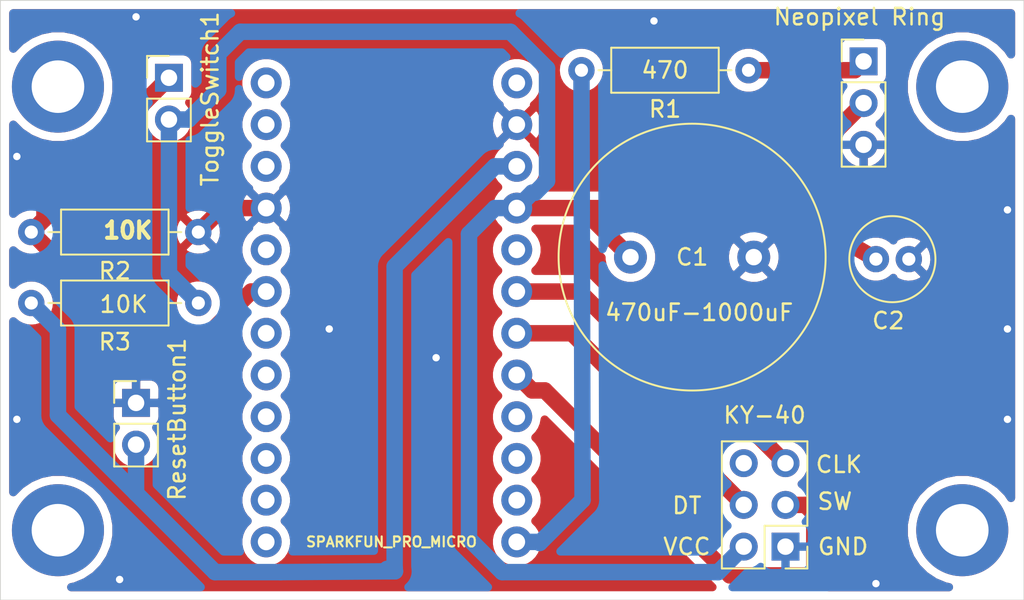
<source format=kicad_pcb>
(kicad_pcb (version 20171130) (host pcbnew 5.1.4-e60b266~84~ubuntu19.04.1)

  (general
    (thickness 1.6)
    (drawings 10)
    (tracks 78)
    (zones 0)
    (modules 14)
    (nets 26)
  )

  (page A4)
  (layers
    (0 F.Cu signal hide)
    (31 B.Cu signal hide)
    (32 B.Adhes user)
    (33 F.Adhes user)
    (34 B.Paste user)
    (35 F.Paste user)
    (36 B.SilkS user)
    (37 F.SilkS user)
    (38 B.Mask user)
    (39 F.Mask user)
    (40 Dwgs.User user)
    (41 Cmts.User user)
    (42 Eco1.User user)
    (43 Eco2.User user)
    (44 Edge.Cuts user)
    (45 Margin user)
    (46 B.CrtYd user)
    (47 F.CrtYd user)
    (48 B.Fab user)
    (49 F.Fab user)
  )

  (setup
    (last_trace_width 1)
    (trace_clearance 0.4)
    (zone_clearance 0.508)
    (zone_45_only no)
    (trace_min 0.2)
    (via_size 0.8)
    (via_drill 0.45)
    (via_min_size 0.2)
    (via_min_drill 0.3)
    (uvia_size 0.45)
    (uvia_drill 0.2)
    (uvias_allowed no)
    (uvia_min_size 0.3)
    (uvia_min_drill 0.1)
    (edge_width 0.05)
    (segment_width 0.2)
    (pcb_text_width 0.3)
    (pcb_text_size 1.5 1.5)
    (mod_edge_width 0.12)
    (mod_text_size 1 1)
    (mod_text_width 0.15)
    (pad_size 1.524 1.524)
    (pad_drill 0.762)
    (pad_to_mask_clearance 0.051)
    (solder_mask_min_width 0.25)
    (aux_axis_origin 0 0)
    (visible_elements FFFFFF7F)
    (pcbplotparams
      (layerselection 0x010f8_ffffffff)
      (usegerberextensions false)
      (usegerberattributes false)
      (usegerberadvancedattributes true)
      (creategerberjobfile false)
      (excludeedgelayer true)
      (linewidth 0.150000)
      (plotframeref false)
      (viasonmask false)
      (mode 1)
      (useauxorigin false)
      (hpglpennumber 1)
      (hpglpenspeed 20)
      (hpglpendiameter 15.000000)
      (psnegative false)
      (psa4output false)
      (plotreference true)
      (plotvalue true)
      (plotinvisibletext false)
      (padsonsilk false)
      (subtractmaskfromsilk false)
      (outputformat 1)
      (mirror false)
      (drillshape 0)
      (scaleselection 1)
      (outputdirectory ""))
  )

  (net 0 "")
  (net 1 "Net-(C1-Pad1)")
  (net 2 "Net-(CHEAP_PRO_MICRO1-Pad1)")
  (net 3 "Net-(CHEAP_PRO_MICRO1-Pad2)")
  (net 4 "Net-(CHEAP_PRO_MICRO1-Pad3)")
  (net 5 "Net-(CHEAP_PRO_MICRO1-Pad5)")
  (net 6 "Net-(CHEAP_PRO_MICRO1-Pad6)")
  (net 7 "Net-(CHEAP_PRO_MICRO1-Pad7)")
  (net 8 "Net-(CHEAP_PRO_MICRO1-Pad8)")
  (net 9 "Net-(CHEAP_PRO_MICRO1-Pad9)")
  (net 10 "Net-(CHEAP_PRO_MICRO1-Pad10)")
  (net 11 "Net-(CHEAP_PRO_MICRO1-Pad11)")
  (net 12 "Net-(CHEAP_PRO_MICRO1-Pad12)")
  (net 13 "Net-(CHEAP_PRO_MICRO1-Pad13)")
  (net 14 "Net-(CHEAP_PRO_MICRO1-Pad14)")
  (net 15 "Net-(CHEAP_PRO_MICRO1-Pad15)")
  (net 16 "Net-(CHEAP_PRO_MICRO1-Pad16)")
  (net 17 "Net-(CHEAP_PRO_MICRO1-Pad20)")
  (net 18 "Net-(CHEAP_PRO_MICRO1-Pad22)")
  (net 19 GND)
  (net 20 "Net-(CHEAP_PRO_MICRO1-Pad24)")
  (net 21 "Net-(PinHeader1-Pad1)")
  (net 22 /SW)
  (net 23 /DT)
  (net 24 /CLK)
  (net 25 "Net-(KY-40-Pad6)")

  (net_class Default "This is the default net class."
    (clearance 0.4)
    (trace_width 1)
    (via_dia 0.8)
    (via_drill 0.45)
    (uvia_dia 0.45)
    (uvia_drill 0.2)
    (diff_pair_width 1)
    (diff_pair_gap 0.3)
    (add_net /CLK)
    (add_net /DT)
    (add_net /SW)
    (add_net GND)
    (add_net "Net-(C1-Pad1)")
    (add_net "Net-(CHEAP_PRO_MICRO1-Pad1)")
    (add_net "Net-(CHEAP_PRO_MICRO1-Pad10)")
    (add_net "Net-(CHEAP_PRO_MICRO1-Pad11)")
    (add_net "Net-(CHEAP_PRO_MICRO1-Pad12)")
    (add_net "Net-(CHEAP_PRO_MICRO1-Pad13)")
    (add_net "Net-(CHEAP_PRO_MICRO1-Pad14)")
    (add_net "Net-(CHEAP_PRO_MICRO1-Pad15)")
    (add_net "Net-(CHEAP_PRO_MICRO1-Pad16)")
    (add_net "Net-(CHEAP_PRO_MICRO1-Pad2)")
    (add_net "Net-(CHEAP_PRO_MICRO1-Pad20)")
    (add_net "Net-(CHEAP_PRO_MICRO1-Pad22)")
    (add_net "Net-(CHEAP_PRO_MICRO1-Pad24)")
    (add_net "Net-(CHEAP_PRO_MICRO1-Pad3)")
    (add_net "Net-(CHEAP_PRO_MICRO1-Pad5)")
    (add_net "Net-(CHEAP_PRO_MICRO1-Pad6)")
    (add_net "Net-(CHEAP_PRO_MICRO1-Pad7)")
    (add_net "Net-(CHEAP_PRO_MICRO1-Pad8)")
    (add_net "Net-(CHEAP_PRO_MICRO1-Pad9)")
    (add_net "Net-(KY-40-Pad6)")
    (add_net "Net-(PinHeader1-Pad1)")
  )

  (module Capacitor_THT:C_Radial_D16.0mm_H25.0mm_P7.50mm (layer F.Cu) (tedit 5BC5C9BA) (tstamp 5D81376F)
    (at 139.82 87.376)
    (descr "C, Radial series, Radial, pin pitch=7.50mm, diameter=16mm, height=25mm, Non-Polar Electrolytic Capacitor")
    (tags "C Radial series Radial pin pitch 7.50mm diameter 16mm height 25mm Non-Polar Electrolytic Capacitor")
    (path /5D7D1BE1)
    (fp_text reference C1 (at 3.75 0) (layer F.SilkS)
      (effects (font (size 1 1) (thickness 0.15)))
    )
    (fp_text value 470uF-1000uF (at 4.18 3.374) (layer F.SilkS)
      (effects (font (size 1 1) (thickness 0.15)))
    )
    (fp_circle (center 3.75 0) (end 11.75 0) (layer F.Fab) (width 0.1))
    (fp_circle (center 3.75 0) (end 11.87 0) (layer F.SilkS) (width 0.12))
    (fp_circle (center 3.75 0) (end 12 0) (layer F.CrtYd) (width 0.05))
    (fp_text user %R (at 3.75 0) (layer F.Fab)
      (effects (font (size 1 1) (thickness 0.15)))
    )
    (pad 1 thru_hole circle (at 0 0) (size 2 2) (drill 1) (layers *.Cu *.Mask)
      (net 1 "Net-(C1-Pad1)"))
    (pad 2 thru_hole circle (at 7.5 0) (size 2 2) (drill 1) (layers *.Cu *.Mask)
      (net 19 GND))
    (model ${KISYS3DMOD}/Capacitor_THT.3dshapes/C_Radial_D16.0mm_H25.0mm_P7.50mm.wrl
      (at (xyz 0 0 0))
      (scale (xyz 1 1 1))
      (rotate (xyz 0 0 0))
    )
  )

  (module MountingHole:MountingHole_3.2mm_M3_DIN965_Pad (layer F.Cu) (tedit 56D1B4CB) (tstamp 5D81F804)
    (at 105 104)
    (descr "Mounting Hole 3.2mm, M3, DIN965")
    (tags "mounting hole 3.2mm m3 din965")
    (attr virtual)
    (fp_text reference REF** (at 0 -3.8) (layer F.SilkS) hide
      (effects (font (size 1 1) (thickness 0.15)))
    )
    (fp_text value MountingHole_3.2mm_M3_DIN965_Pad (at 0 3.8) (layer F.Fab) hide
      (effects (font (size 1 1) (thickness 0.15)))
    )
    (fp_circle (center 0 0) (end 3.05 0) (layer F.CrtYd) (width 0.05))
    (fp_circle (center 0 0) (end 2.8 0) (layer Cmts.User) (width 0.15))
    (fp_text user %R (at 0.3 0) (layer F.Fab) hide
      (effects (font (size 1 1) (thickness 0.15)))
    )
    (pad 1 thru_hole circle (at 0 0) (size 5.6 5.6) (drill 3.2) (layers *.Cu *.Mask))
  )

  (module MountingHole:MountingHole_3.2mm_M3_DIN965_Pad (layer F.Cu) (tedit 56D1B4CB) (tstamp 5D81F792)
    (at 160 104)
    (descr "Mounting Hole 3.2mm, M3, DIN965")
    (tags "mounting hole 3.2mm m3 din965")
    (attr virtual)
    (fp_text reference REF** (at 0 -3.8) (layer F.SilkS) hide
      (effects (font (size 1 1) (thickness 0.15)))
    )
    (fp_text value MountingHole_3.2mm_M3_DIN965_Pad (at 3.75 5) (layer F.Fab) hide
      (effects (font (size 1 1) (thickness 0.15)))
    )
    (fp_circle (center 0 0) (end 3.05 0) (layer F.CrtYd) (width 0.05))
    (fp_circle (center 0 0) (end 2.8 0) (layer Cmts.User) (width 0.15))
    (fp_text user %R (at 0.3 0) (layer F.Fab) hide
      (effects (font (size 1 1) (thickness 0.15)))
    )
    (pad 1 thru_hole circle (at 0 0) (size 5.6 5.6) (drill 3.2) (layers *.Cu *.Mask))
  )

  (module MountingHole:MountingHole_3.2mm_M3_DIN965_Pad (layer F.Cu) (tedit 56D1B4CB) (tstamp 5D81F6F0)
    (at 105 77)
    (descr "Mounting Hole 3.2mm, M3, DIN965")
    (tags "mounting hole 3.2mm m3 din965")
    (attr virtual)
    (fp_text reference REF** (at 0 -3.8) (layer F.SilkS) hide
      (effects (font (size 1 1) (thickness 0.15)))
    )
    (fp_text value MountingHole_3.2mm_M3_DIN965_Pad (at 0 3.8) (layer F.Fab) hide
      (effects (font (size 1 1) (thickness 0.15)))
    )
    (fp_circle (center 0 0) (end 3.05 0) (layer F.CrtYd) (width 0.05))
    (fp_circle (center 0 0) (end 2.8 0) (layer Cmts.User) (width 0.15))
    (fp_text user %R (at 0.3 0) (layer F.Fab) hide
      (effects (font (size 1 1) (thickness 0.15)))
    )
    (pad 1 thru_hole circle (at 0 0) (size 5.6 5.6) (drill 3.2) (layers *.Cu *.Mask))
  )

  (module MountingHole:MountingHole_3.2mm_M3_DIN965_Pad (layer F.Cu) (tedit 56D1B4CB) (tstamp 5D81F501)
    (at 160 77)
    (descr "Mounting Hole 3.2mm, M3, DIN965")
    (tags "mounting hole 3.2mm m3 din965")
    (attr virtual)
    (fp_text reference REF** (at 0 -3.8) (layer F.SilkS) hide
      (effects (font (size 1 1) (thickness 0.15)))
    )
    (fp_text value MountingHole_3.2mm_M3_DIN965_Pad (at 0 3.8) (layer F.Fab) hide
      (effects (font (size 1 1) (thickness 0.15)))
    )
    (fp_circle (center 0 0) (end 3.05 0) (layer F.CrtYd) (width 0.05))
    (fp_circle (center 0 0) (end 2.8 0) (layer Cmts.User) (width 0.15))
    (fp_text user %R (at 0.3 0) (layer F.Fab) hide
      (effects (font (size 1 1) (thickness 0.15)))
    )
    (pad 1 thru_hole circle (at 0 0) (size 5.6 5.6) (drill 3.2) (layers *.Cu *.Mask))
  )

  (module Boards:SPARKFUN_PRO_MICRO (layer F.Cu) (tedit 200000) (tstamp 5D81379D)
    (at 125.285501 89.471501)
    (descr "SPARKFUN PRO MICO FOOTPRINT (WITH USB CONNECTOR)")
    (tags "SPARKFUN PRO MICO FOOTPRINT (WITH USB CONNECTOR)")
    (path /5D7C9298)
    (attr virtual)
    (fp_text reference CHEAP_PRO_MICRO1 (at 0 -15.24) (layer F.SilkS) hide
      (effects (font (size 0.6096 0.6096) (thickness 0.127)))
    )
    (fp_text value SPARKFUN_PRO_MICRO (at 0 15.24) (layer F.SilkS)
      (effects (font (size 0.6096 0.6096) (thickness 0.127)))
    )
    (fp_line (start -8.89 -16.51) (end -8.89 16.51) (layer Dwgs.User) (width 0.127))
    (fp_line (start -8.89 16.51) (end 8.89 16.51) (layer Dwgs.User) (width 0.127))
    (fp_line (start 8.89 16.51) (end 8.89 -16.51) (layer Dwgs.User) (width 0.127))
    (fp_line (start 8.89 -16.51) (end -8.89 -16.51) (layer Dwgs.User) (width 0.127))
    (fp_line (start -3.81 -16.51) (end -3.81 -17.78) (layer Dwgs.User) (width 0.127))
    (fp_line (start -3.81 -17.78) (end 3.81 -17.78) (layer Dwgs.User) (width 0.127))
    (fp_line (start 3.81 -17.78) (end 3.81 -16.51) (layer Dwgs.User) (width 0.127))
    (fp_text user USB (at -0.0508 -16.9164) (layer Dwgs.User)
      (effects (font (size 0.8128 0.8128) (thickness 0.1524)))
    )
    (pad 1 thru_hole circle (at -7.62 -12.7) (size 1.8796 1.8796) (drill 1.016) (layers *.Cu *.Mask)
      (net 2 "Net-(CHEAP_PRO_MICRO1-Pad1)") (solder_mask_margin 0.1016))
    (pad 2 thru_hole circle (at -7.62 -10.16) (size 1.8796 1.8796) (drill 1.016) (layers *.Cu *.Mask)
      (net 3 "Net-(CHEAP_PRO_MICRO1-Pad2)") (solder_mask_margin 0.1016))
    (pad 3 thru_hole circle (at -7.62 -7.62) (size 1.8796 1.8796) (drill 1.016) (layers *.Cu *.Mask)
      (net 4 "Net-(CHEAP_PRO_MICRO1-Pad3)") (solder_mask_margin 0.1016))
    (pad 4 thru_hole circle (at -7.62 -5.08) (size 1.8796 1.8796) (drill 1.016) (layers *.Cu *.Mask)
      (net 19 GND) (solder_mask_margin 0.1016))
    (pad 5 thru_hole circle (at -7.62 -2.54) (size 1.8796 1.8796) (drill 1.016) (layers *.Cu *.Mask)
      (net 5 "Net-(CHEAP_PRO_MICRO1-Pad5)") (solder_mask_margin 0.1016))
    (pad 6 thru_hole circle (at -7.62 0) (size 1.8796 1.8796) (drill 1.016) (layers *.Cu *.Mask)
      (net 6 "Net-(CHEAP_PRO_MICRO1-Pad6)") (solder_mask_margin 0.1016))
    (pad 7 thru_hole circle (at -7.62 2.54) (size 1.8796 1.8796) (drill 1.016) (layers *.Cu *.Mask)
      (net 7 "Net-(CHEAP_PRO_MICRO1-Pad7)") (solder_mask_margin 0.1016))
    (pad 8 thru_hole circle (at -7.62 5.08) (size 1.8796 1.8796) (drill 1.016) (layers *.Cu *.Mask)
      (net 8 "Net-(CHEAP_PRO_MICRO1-Pad8)") (solder_mask_margin 0.1016))
    (pad 9 thru_hole circle (at -7.62 7.62) (size 1.8796 1.8796) (drill 1.016) (layers *.Cu *.Mask)
      (net 9 "Net-(CHEAP_PRO_MICRO1-Pad9)") (solder_mask_margin 0.1016))
    (pad 10 thru_hole circle (at -7.62 10.16) (size 1.8796 1.8796) (drill 1.016) (layers *.Cu *.Mask)
      (net 10 "Net-(CHEAP_PRO_MICRO1-Pad10)") (solder_mask_margin 0.1016))
    (pad 11 thru_hole circle (at -7.62 12.7) (size 1.8796 1.8796) (drill 1.016) (layers *.Cu *.Mask)
      (net 11 "Net-(CHEAP_PRO_MICRO1-Pad11)") (solder_mask_margin 0.1016))
    (pad 12 thru_hole circle (at -7.62 15.24) (size 1.8796 1.8796) (drill 1.016) (layers *.Cu *.Mask)
      (net 12 "Net-(CHEAP_PRO_MICRO1-Pad12)") (solder_mask_margin 0.1016))
    (pad 13 thru_hole circle (at 7.62 15.24) (size 1.8796 1.8796) (drill 1.016) (layers *.Cu *.Mask)
      (net 13 "Net-(CHEAP_PRO_MICRO1-Pad13)") (solder_mask_margin 0.1016))
    (pad 14 thru_hole circle (at 7.62 12.7) (size 1.8796 1.8796) (drill 1.016) (layers *.Cu *.Mask)
      (net 14 "Net-(CHEAP_PRO_MICRO1-Pad14)") (solder_mask_margin 0.1016))
    (pad 15 thru_hole circle (at 7.62 10.16) (size 1.8796 1.8796) (drill 1.016) (layers *.Cu *.Mask)
      (net 15 "Net-(CHEAP_PRO_MICRO1-Pad15)") (solder_mask_margin 0.1016))
    (pad 16 thru_hole circle (at 7.62 7.62) (size 1.8796 1.8796) (drill 1.016) (layers *.Cu *.Mask)
      (net 16 "Net-(CHEAP_PRO_MICRO1-Pad16)") (solder_mask_margin 0.1016))
    (pad 17 thru_hole circle (at 7.62 5.08) (size 1.8796 1.8796) (drill 1.016) (layers *.Cu *.Mask)
      (net 22 /SW) (solder_mask_margin 0.1016))
    (pad 18 thru_hole circle (at 7.62 2.54) (size 1.8796 1.8796) (drill 1.016) (layers *.Cu *.Mask)
      (net 23 /DT) (solder_mask_margin 0.1016))
    (pad 19 thru_hole circle (at 7.62 0) (size 1.8796 1.8796) (drill 1.016) (layers *.Cu *.Mask)
      (net 24 /CLK) (solder_mask_margin 0.1016))
    (pad 20 thru_hole circle (at 7.62 -2.54) (size 1.8796 1.8796) (drill 1.016) (layers *.Cu *.Mask)
      (net 17 "Net-(CHEAP_PRO_MICRO1-Pad20)") (solder_mask_margin 0.1016))
    (pad 21 thru_hole circle (at 7.62 -5.08) (size 1.8796 1.8796) (drill 1.016) (layers *.Cu *.Mask)
      (net 1 "Net-(C1-Pad1)") (solder_mask_margin 0.1016))
    (pad 22 thru_hole circle (at 7.62 -7.62) (size 1.8796 1.8796) (drill 1.016) (layers *.Cu *.Mask)
      (net 18 "Net-(CHEAP_PRO_MICRO1-Pad22)") (solder_mask_margin 0.1016))
    (pad 23 thru_hole circle (at 7.62 -10.16) (size 1.8796 1.8796) (drill 1.016) (layers *.Cu *.Mask)
      (net 19 GND) (solder_mask_margin 0.1016))
    (pad 24 thru_hole circle (at 7.62 -12.7) (size 1.8796 1.8796) (drill 1.016) (layers *.Cu *.Mask)
      (net 20 "Net-(CHEAP_PRO_MICRO1-Pad24)") (solder_mask_margin 0.1016))
  )

  (module Capacitor_THT:C_Radial_D5.0mm_H11.0mm_P2.00mm (layer F.Cu) (tedit 5BC5C9B9) (tstamp 5D81DF6E)
    (at 154.75 87.5)
    (descr "C, Radial series, Radial, pin pitch=2.00mm, diameter=5mm, height=11mm, Non-Polar Electrolytic Capacitor")
    (tags "C Radial series Radial pin pitch 2.00mm diameter 5mm height 11mm Non-Polar Electrolytic Capacitor")
    (path /5D7D9A8F)
    (fp_text reference C2 (at 0.75 3.75) (layer F.SilkS)
      (effects (font (size 1 1) (thickness 0.15)))
    )
    (fp_text value 100uF (at 1.5 -3.25) (layer F.Fab)
      (effects (font (size 1 1) (thickness 0.15)))
    )
    (fp_circle (center 1 0) (end 3.5 0) (layer F.Fab) (width 0.1))
    (fp_circle (center 1 0) (end 3.62 0) (layer F.SilkS) (width 0.12))
    (fp_circle (center 1 0) (end 3.75 0) (layer F.CrtYd) (width 0.05))
    (fp_text user %R (at 1 0) (layer F.Fab)
      (effects (font (size 1 1) (thickness 0.15)))
    )
    (pad 1 thru_hole circle (at 0 0) (size 1.6 1.6) (drill 0.8) (layers *.Cu *.Mask)
      (net 1 "Net-(C1-Pad1)"))
    (pad 2 thru_hole circle (at 2 0) (size 1.6 1.6) (drill 0.8) (layers *.Cu *.Mask)
      (net 19 GND))
    (model ${KISYS3DMOD}/Capacitor_THT.3dshapes/C_Radial_D5.0mm_H11.0mm_P2.00mm.wrl
      (at (xyz 0 0 0))
      (scale (xyz 1 1 1))
      (rotate (xyz 0 0 0))
    )
  )

  (module Connector_PinHeader_2.54mm:PinHeader_2x03_P2.54mm_Vertical (layer F.Cu) (tedit 59FED5CC) (tstamp 5D8137B9)
    (at 149.25 105 180)
    (descr "Through hole straight pin header, 2x03, 2.54mm pitch, double rows")
    (tags "Through hole pin header THT 2x03 2.54mm double row")
    (path /5D7E7E0D)
    (fp_text reference KY-40 (at 1.27 8) (layer F.SilkS)
      (effects (font (size 1 1) (thickness 0.15)))
    )
    (fp_text value Conn_02x03_Odd_Even (at 1.27 7.41) (layer F.Fab) hide
      (effects (font (size 1 1) (thickness 0.15)))
    )
    (fp_line (start 0 -1.27) (end 3.81 -1.27) (layer F.Fab) (width 0.1))
    (fp_line (start 3.81 -1.27) (end 3.81 6.35) (layer F.Fab) (width 0.1))
    (fp_line (start 3.81 6.35) (end -1.27 6.35) (layer F.Fab) (width 0.1))
    (fp_line (start -1.27 6.35) (end -1.27 0) (layer F.Fab) (width 0.1))
    (fp_line (start -1.27 0) (end 0 -1.27) (layer F.Fab) (width 0.1))
    (fp_line (start -1.33 6.41) (end 3.87 6.41) (layer F.SilkS) (width 0.12))
    (fp_line (start -1.33 1.27) (end -1.33 6.41) (layer F.SilkS) (width 0.12))
    (fp_line (start 3.87 -1.33) (end 3.87 6.41) (layer F.SilkS) (width 0.12))
    (fp_line (start -1.33 1.27) (end 1.27 1.27) (layer F.SilkS) (width 0.12))
    (fp_line (start 1.27 1.27) (end 1.27 -1.33) (layer F.SilkS) (width 0.12))
    (fp_line (start 1.27 -1.33) (end 3.87 -1.33) (layer F.SilkS) (width 0.12))
    (fp_line (start -1.33 0) (end -1.33 -1.33) (layer F.SilkS) (width 0.12))
    (fp_line (start -1.33 -1.33) (end 0 -1.33) (layer F.SilkS) (width 0.12))
    (fp_line (start -1.8 -1.8) (end -1.8 6.85) (layer F.CrtYd) (width 0.05))
    (fp_line (start -1.8 6.85) (end 4.35 6.85) (layer F.CrtYd) (width 0.05))
    (fp_line (start 4.35 6.85) (end 4.35 -1.8) (layer F.CrtYd) (width 0.05))
    (fp_line (start 4.35 -1.8) (end -1.8 -1.8) (layer F.CrtYd) (width 0.05))
    (fp_text user %R (at 1.27 2.54 90) (layer F.Fab)
      (effects (font (size 1 1) (thickness 0.15)))
    )
    (pad 1 thru_hole rect (at 0 0 180) (size 1.7 1.7) (drill 1) (layers *.Cu *.Mask)
      (net 19 GND))
    (pad 2 thru_hole oval (at 2.54 0 180) (size 1.7 1.7) (drill 1) (layers *.Cu *.Mask)
      (net 1 "Net-(C1-Pad1)"))
    (pad 3 thru_hole oval (at 0 2.54 180) (size 1.7 1.7) (drill 1) (layers *.Cu *.Mask)
      (net 22 /SW))
    (pad 4 thru_hole oval (at 2.54 2.54 180) (size 1.7 1.7) (drill 1) (layers *.Cu *.Mask)
      (net 23 /DT))
    (pad 5 thru_hole oval (at 0 5.08 180) (size 1.7 1.7) (drill 1) (layers *.Cu *.Mask)
      (net 24 /CLK))
    (pad 6 thru_hole oval (at 2.54 5.08 180) (size 1.7 1.7) (drill 1) (layers *.Cu *.Mask)
      (net 25 "Net-(KY-40-Pad6)"))
    (model ${KISYS3DMOD}/Connector_PinHeader_2.54mm.3dshapes/PinHeader_2x03_P2.54mm_Vertical.wrl
      (at (xyz 0 0 0))
      (scale (xyz 1 1 1))
      (rotate (xyz 0 0 0))
    )
  )

  (module Connector_PinHeader_2.54mm:PinHeader_1x03_P2.54mm_Vertical (layer F.Cu) (tedit 59FED5CC) (tstamp 5D8137D0)
    (at 154 75.46)
    (descr "Through hole straight pin header, 1x03, 2.54mm pitch, single row")
    (tags "Through hole pin header THT 1x03 2.54mm single row")
    (path /5D7D01F4)
    (fp_text reference PinHeader1 (at 0.25 -2.21) (layer F.SilkS) hide
      (effects (font (size 1 1) (thickness 0.15)))
    )
    (fp_text value "Neopixel Ring" (at -0.25 -2.71) (layer F.SilkS)
      (effects (font (size 1 1) (thickness 0.15)))
    )
    (fp_line (start -0.635 -1.27) (end 1.27 -1.27) (layer F.Fab) (width 0.1))
    (fp_line (start 1.27 -1.27) (end 1.27 6.35) (layer F.Fab) (width 0.1))
    (fp_line (start 1.27 6.35) (end -1.27 6.35) (layer F.Fab) (width 0.1))
    (fp_line (start -1.27 6.35) (end -1.27 -0.635) (layer F.Fab) (width 0.1))
    (fp_line (start -1.27 -0.635) (end -0.635 -1.27) (layer F.Fab) (width 0.1))
    (fp_line (start -1.33 6.41) (end 1.33 6.41) (layer F.SilkS) (width 0.12))
    (fp_line (start -1.33 1.27) (end -1.33 6.41) (layer F.SilkS) (width 0.12))
    (fp_line (start 1.33 1.27) (end 1.33 6.41) (layer F.SilkS) (width 0.12))
    (fp_line (start -1.33 1.27) (end 1.33 1.27) (layer F.SilkS) (width 0.12))
    (fp_line (start -1.33 0) (end -1.33 -1.33) (layer F.SilkS) (width 0.12))
    (fp_line (start -1.33 -1.33) (end 0 -1.33) (layer F.SilkS) (width 0.12))
    (fp_line (start -1.8 -1.8) (end -1.8 6.85) (layer F.CrtYd) (width 0.05))
    (fp_line (start -1.8 6.85) (end 1.8 6.85) (layer F.CrtYd) (width 0.05))
    (fp_line (start 1.8 6.85) (end 1.8 -1.8) (layer F.CrtYd) (width 0.05))
    (fp_line (start 1.8 -1.8) (end -1.8 -1.8) (layer F.CrtYd) (width 0.05))
    (pad 1 thru_hole rect (at 0 0) (size 1.7 1.7) (drill 1) (layers *.Cu *.Mask)
      (net 21 "Net-(PinHeader1-Pad1)"))
    (pad 2 thru_hole oval (at 0 2.54) (size 1.7 1.7) (drill 1) (layers *.Cu *.Mask)
      (net 1 "Net-(C1-Pad1)"))
    (pad 3 thru_hole oval (at 0 5.08) (size 1.7 1.7) (drill 1) (layers *.Cu *.Mask)
      (net 19 GND))
    (model ${KISYS3DMOD}/Connector_PinHeader_2.54mm.3dshapes/PinHeader_1x03_P2.54mm_Vertical.wrl
      (at (xyz 0 0 0))
      (scale (xyz 1 1 1))
      (rotate (xyz 0 0 0))
    )
  )

  (module Resistor_THT:R_Axial_DIN0207_L6.3mm_D2.5mm_P10.16mm_Horizontal (layer F.Cu) (tedit 5AE5139B) (tstamp 5D8137E7)
    (at 147 76 180)
    (descr "Resistor, Axial_DIN0207 series, Axial, Horizontal, pin pitch=10.16mm, 0.25W = 1/4W, length*diameter=6.3*2.5mm^2, http://cdn-reichelt.de/documents/datenblatt/B400/1_4W%23YAG.pdf")
    (tags "Resistor Axial_DIN0207 series Axial Horizontal pin pitch 10.16mm 0.25W = 1/4W length 6.3mm diameter 2.5mm")
    (path /5D7D355B)
    (fp_text reference R1 (at 5.08 -2.37) (layer F.SilkS)
      (effects (font (size 1 1) (thickness 0.15)))
    )
    (fp_text value 470 (at 5.08 0) (layer F.SilkS)
      (effects (font (size 1 1) (thickness 0.15)))
    )
    (fp_line (start 1.93 -1.25) (end 1.93 1.25) (layer F.Fab) (width 0.1))
    (fp_line (start 1.93 1.25) (end 8.23 1.25) (layer F.Fab) (width 0.1))
    (fp_line (start 8.23 1.25) (end 8.23 -1.25) (layer F.Fab) (width 0.1))
    (fp_line (start 8.23 -1.25) (end 1.93 -1.25) (layer F.Fab) (width 0.1))
    (fp_line (start 0 0) (end 1.93 0) (layer F.Fab) (width 0.1))
    (fp_line (start 10.16 0) (end 8.23 0) (layer F.Fab) (width 0.1))
    (fp_line (start 1.81 -1.37) (end 1.81 1.37) (layer F.SilkS) (width 0.12))
    (fp_line (start 1.81 1.37) (end 8.35 1.37) (layer F.SilkS) (width 0.12))
    (fp_line (start 8.35 1.37) (end 8.35 -1.37) (layer F.SilkS) (width 0.12))
    (fp_line (start 8.35 -1.37) (end 1.81 -1.37) (layer F.SilkS) (width 0.12))
    (fp_line (start 1.04 0) (end 1.81 0) (layer F.SilkS) (width 0.12))
    (fp_line (start 9.12 0) (end 8.35 0) (layer F.SilkS) (width 0.12))
    (fp_line (start -1.05 -1.5) (end -1.05 1.5) (layer F.CrtYd) (width 0.05))
    (fp_line (start -1.05 1.5) (end 11.21 1.5) (layer F.CrtYd) (width 0.05))
    (fp_line (start 11.21 1.5) (end 11.21 -1.5) (layer F.CrtYd) (width 0.05))
    (fp_line (start 11.21 -1.5) (end -1.05 -1.5) (layer F.CrtYd) (width 0.05))
    (fp_text user %R (at 5.08 0) (layer F.Fab) hide
      (effects (font (size 1 1) (thickness 0.15)))
    )
    (pad 1 thru_hole circle (at 0 0 180) (size 1.6 1.6) (drill 0.8) (layers *.Cu *.Mask)
      (net 21 "Net-(PinHeader1-Pad1)"))
    (pad 2 thru_hole oval (at 10.16 0 180) (size 1.6 1.6) (drill 0.8) (layers *.Cu *.Mask)
      (net 13 "Net-(CHEAP_PRO_MICRO1-Pad13)"))
    (model ${KISYS3DMOD}/Resistor_THT.3dshapes/R_Axial_DIN0207_L6.3mm_D2.5mm_P10.16mm_Horizontal.wrl
      (at (xyz 0 0 0))
      (scale (xyz 1 1 1))
      (rotate (xyz 0 0 0))
    )
  )

  (module Resistor_THT:R_Axial_DIN0207_L6.3mm_D2.5mm_P10.16mm_Horizontal (layer F.Cu) (tedit 5AE5139B) (tstamp 5D8137FE)
    (at 113.538 85.852 180)
    (descr "Resistor, Axial_DIN0207 series, Axial, Horizontal, pin pitch=10.16mm, 0.25W = 1/4W, length*diameter=6.3*2.5mm^2, http://cdn-reichelt.de/documents/datenblatt/B400/1_4W%23YAG.pdf")
    (tags "Resistor Axial_DIN0207 series Axial Horizontal pin pitch 10.16mm 0.25W = 1/4W length 6.3mm diameter 2.5mm")
    (path /5D7EE626)
    (fp_text reference R2 (at 5.08 -2.37) (layer F.SilkS)
      (effects (font (size 1 1) (thickness 0.15)))
    )
    (fp_text value 10K (at 4.288 0.102) (layer F.SilkS)
      (effects (font (size 1 1) (thickness 0.25)))
    )
    (fp_text user %R (at 7.288 0.102) (layer F.Fab)
      (effects (font (size 1 1) (thickness 0.15)))
    )
    (fp_line (start 11.21 -1.5) (end -1.05 -1.5) (layer F.CrtYd) (width 0.05))
    (fp_line (start 11.21 1.5) (end 11.21 -1.5) (layer F.CrtYd) (width 0.05))
    (fp_line (start -1.05 1.5) (end 11.21 1.5) (layer F.CrtYd) (width 0.05))
    (fp_line (start -1.05 -1.5) (end -1.05 1.5) (layer F.CrtYd) (width 0.05))
    (fp_line (start 9.12 0) (end 8.35 0) (layer F.SilkS) (width 0.12))
    (fp_line (start 1.04 0) (end 1.81 0) (layer F.SilkS) (width 0.12))
    (fp_line (start 8.35 -1.37) (end 1.81 -1.37) (layer F.SilkS) (width 0.12))
    (fp_line (start 8.35 1.37) (end 8.35 -1.37) (layer F.SilkS) (width 0.12))
    (fp_line (start 1.81 1.37) (end 8.35 1.37) (layer F.SilkS) (width 0.12))
    (fp_line (start 1.81 -1.37) (end 1.81 1.37) (layer F.SilkS) (width 0.12))
    (fp_line (start 10.16 0) (end 8.23 0) (layer F.Fab) (width 0.1))
    (fp_line (start 0 0) (end 1.93 0) (layer F.Fab) (width 0.1))
    (fp_line (start 8.23 -1.25) (end 1.93 -1.25) (layer F.Fab) (width 0.1))
    (fp_line (start 8.23 1.25) (end 8.23 -1.25) (layer F.Fab) (width 0.1))
    (fp_line (start 1.93 1.25) (end 8.23 1.25) (layer F.Fab) (width 0.1))
    (fp_line (start 1.93 -1.25) (end 1.93 1.25) (layer F.Fab) (width 0.1))
    (pad 2 thru_hole oval (at 10.16 0 180) (size 1.6 1.6) (drill 0.8) (layers *.Cu *.Mask)
      (net 6 "Net-(CHEAP_PRO_MICRO1-Pad6)"))
    (pad 1 thru_hole circle (at 0 0 180) (size 1.6 1.6) (drill 0.8) (layers *.Cu *.Mask)
      (net 19 GND))
    (model ${KISYS3DMOD}/Resistor_THT.3dshapes/R_Axial_DIN0207_L6.3mm_D2.5mm_P10.16mm_Horizontal.wrl
      (at (xyz 0 0 0))
      (scale (xyz 1 1 1))
      (rotate (xyz 0 0 0))
    )
  )

  (module Resistor_THT:R_Axial_DIN0207_L6.3mm_D2.5mm_P10.16mm_Horizontal (layer F.Cu) (tedit 5AE5139B) (tstamp 5D813815)
    (at 113.538 90.17 180)
    (descr "Resistor, Axial_DIN0207 series, Axial, Horizontal, pin pitch=10.16mm, 0.25W = 1/4W, length*diameter=6.3*2.5mm^2, http://cdn-reichelt.de/documents/datenblatt/B400/1_4W%23YAG.pdf")
    (tags "Resistor Axial_DIN0207 series Axial Horizontal pin pitch 10.16mm 0.25W = 1/4W length 6.3mm diameter 2.5mm")
    (path /5D7F2B20)
    (fp_text reference R3 (at 5.08 -2.37) (layer F.SilkS)
      (effects (font (size 1 1) (thickness 0.15)))
    )
    (fp_text value 10K (at 4.538 -0.08) (layer F.SilkS)
      (effects (font (size 1 1) (thickness 0.15)))
    )
    (fp_line (start 1.93 -1.25) (end 1.93 1.25) (layer F.Fab) (width 0.1))
    (fp_line (start 1.93 1.25) (end 8.23 1.25) (layer F.Fab) (width 0.1))
    (fp_line (start 8.23 1.25) (end 8.23 -1.25) (layer F.Fab) (width 0.1))
    (fp_line (start 8.23 -1.25) (end 1.93 -1.25) (layer F.Fab) (width 0.1))
    (fp_line (start 0 0) (end 1.93 0) (layer F.Fab) (width 0.1))
    (fp_line (start 10.16 0) (end 8.23 0) (layer F.Fab) (width 0.1))
    (fp_line (start 1.81 -1.37) (end 1.81 1.37) (layer F.SilkS) (width 0.12))
    (fp_line (start 1.81 1.37) (end 8.35 1.37) (layer F.SilkS) (width 0.12))
    (fp_line (start 8.35 1.37) (end 8.35 -1.37) (layer F.SilkS) (width 0.12))
    (fp_line (start 8.35 -1.37) (end 1.81 -1.37) (layer F.SilkS) (width 0.12))
    (fp_line (start 1.04 0) (end 1.81 0) (layer F.SilkS) (width 0.12))
    (fp_line (start 9.12 0) (end 8.35 0) (layer F.SilkS) (width 0.12))
    (fp_line (start -1.05 -1.5) (end -1.05 1.5) (layer F.CrtYd) (width 0.05))
    (fp_line (start -1.05 1.5) (end 11.21 1.5) (layer F.CrtYd) (width 0.05))
    (fp_line (start 11.21 1.5) (end 11.21 -1.5) (layer F.CrtYd) (width 0.05))
    (fp_line (start 11.21 -1.5) (end -1.05 -1.5) (layer F.CrtYd) (width 0.05))
    (fp_text user %R (at 7.288 0) (layer F.Fab)
      (effects (font (size 1 1) (thickness 0.15)))
    )
    (pad 1 thru_hole circle (at 0 0 180) (size 1.6 1.6) (drill 0.8) (layers *.Cu *.Mask)
      (net 1 "Net-(C1-Pad1)"))
    (pad 2 thru_hole oval (at 10.16 0 180) (size 1.6 1.6) (drill 0.8) (layers *.Cu *.Mask)
      (net 18 "Net-(CHEAP_PRO_MICRO1-Pad22)"))
    (model ${KISYS3DMOD}/Resistor_THT.3dshapes/R_Axial_DIN0207_L6.3mm_D2.5mm_P10.16mm_Horizontal.wrl
      (at (xyz 0 0 0))
      (scale (xyz 1 1 1))
      (rotate (xyz 0 0 0))
    )
  )

  (module Connector_PinHeader_2.54mm:PinHeader_1x02_P2.54mm_Vertical (layer F.Cu) (tedit 59FED5CC) (tstamp 5D81F472)
    (at 109.75 96.25)
    (descr "Through hole straight pin header, 1x02, 2.54mm pitch, single row")
    (tags "Through hole pin header THT 1x02 2.54mm single row")
    (path /5D83F07E)
    (fp_text reference ResetButton1 (at 2.5 1 270) (layer F.SilkS)
      (effects (font (size 1 1) (thickness 0.15)))
    )
    (fp_text value Connector_Generic:Conn_01x02 (at 0 4.87) (layer F.Fab) hide
      (effects (font (size 1 1) (thickness 0.15)))
    )
    (fp_line (start 1.8 -1.8) (end -1.8 -1.8) (layer F.CrtYd) (width 0.05))
    (fp_line (start 1.8 4.35) (end 1.8 -1.8) (layer F.CrtYd) (width 0.05))
    (fp_line (start -1.8 4.35) (end 1.8 4.35) (layer F.CrtYd) (width 0.05))
    (fp_line (start -1.8 -1.8) (end -1.8 4.35) (layer F.CrtYd) (width 0.05))
    (fp_line (start -1.33 -1.33) (end 0 -1.33) (layer F.SilkS) (width 0.12))
    (fp_line (start -1.33 0) (end -1.33 -1.33) (layer F.SilkS) (width 0.12))
    (fp_line (start -1.33 1.27) (end 1.33 1.27) (layer F.SilkS) (width 0.12))
    (fp_line (start 1.33 1.27) (end 1.33 3.87) (layer F.SilkS) (width 0.12))
    (fp_line (start -1.33 1.27) (end -1.33 3.87) (layer F.SilkS) (width 0.12))
    (fp_line (start -1.33 3.87) (end 1.33 3.87) (layer F.SilkS) (width 0.12))
    (fp_line (start -1.27 -0.635) (end -0.635 -1.27) (layer F.Fab) (width 0.1))
    (fp_line (start -1.27 3.81) (end -1.27 -0.635) (layer F.Fab) (width 0.1))
    (fp_line (start 1.27 3.81) (end -1.27 3.81) (layer F.Fab) (width 0.1))
    (fp_line (start 1.27 -1.27) (end 1.27 3.81) (layer F.Fab) (width 0.1))
    (fp_line (start -0.635 -1.27) (end 1.27 -1.27) (layer F.Fab) (width 0.1))
    (pad 2 thru_hole oval (at 0 2.54) (size 1.7 1.7) (drill 1) (layers *.Cu *.Mask)
      (net 18 "Net-(CHEAP_PRO_MICRO1-Pad22)"))
    (pad 1 thru_hole rect (at 0 0) (size 1.7 1.7) (drill 1) (layers *.Cu *.Mask)
      (net 19 GND))
    (model ${KISYS3DMOD}/Connector_PinHeader_2.54mm.3dshapes/PinHeader_1x02_P2.54mm_Vertical.wrl
      (at (xyz 0 0 0))
      (scale (xyz 1 1 1))
      (rotate (xyz 0 0 0))
    )
  )

  (module Connector_PinHeader_2.54mm:PinHeader_1x02_P2.54mm_Vertical (layer F.Cu) (tedit 59FED5CC) (tstamp 5D813841)
    (at 111.75 76.46)
    (descr "Through hole straight pin header, 1x02, 2.54mm pitch, single row")
    (tags "Through hole pin header THT 1x02 2.54mm single row")
    (path /5D810EBD)
    (fp_text reference ToggleSwitch1 (at 2.5 1.29 90) (layer F.SilkS)
      (effects (font (size 1 1) (thickness 0.15)))
    )
    (fp_text value Connector_Generic:Conn_01x02 (at 0 4.87) (layer F.Fab) hide
      (effects (font (size 1 1) (thickness 0.15)))
    )
    (fp_line (start -0.635 -1.27) (end 1.27 -1.27) (layer F.Fab) (width 0.1))
    (fp_line (start 1.27 -1.27) (end 1.27 3.81) (layer F.Fab) (width 0.1))
    (fp_line (start 1.27 3.81) (end -1.27 3.81) (layer F.Fab) (width 0.1))
    (fp_line (start -1.27 3.81) (end -1.27 -0.635) (layer F.Fab) (width 0.1))
    (fp_line (start -1.27 -0.635) (end -0.635 -1.27) (layer F.Fab) (width 0.1))
    (fp_line (start -1.33 3.87) (end 1.33 3.87) (layer F.SilkS) (width 0.12))
    (fp_line (start -1.33 1.27) (end -1.33 3.87) (layer F.SilkS) (width 0.12))
    (fp_line (start 1.33 1.27) (end 1.33 3.87) (layer F.SilkS) (width 0.12))
    (fp_line (start -1.33 1.27) (end 1.33 1.27) (layer F.SilkS) (width 0.12))
    (fp_line (start -1.33 0) (end -1.33 -1.33) (layer F.SilkS) (width 0.12))
    (fp_line (start -1.33 -1.33) (end 0 -1.33) (layer F.SilkS) (width 0.12))
    (fp_line (start -1.8 -1.8) (end -1.8 4.35) (layer F.CrtYd) (width 0.05))
    (fp_line (start -1.8 4.35) (end 1.8 4.35) (layer F.CrtYd) (width 0.05))
    (fp_line (start 1.8 4.35) (end 1.8 -1.8) (layer F.CrtYd) (width 0.05))
    (fp_line (start 1.8 -1.8) (end -1.8 -1.8) (layer F.CrtYd) (width 0.05))
    (pad 1 thru_hole rect (at 0 0) (size 1.7 1.7) (drill 1) (layers *.Cu *.Mask)
      (net 6 "Net-(CHEAP_PRO_MICRO1-Pad6)"))
    (pad 2 thru_hole oval (at 0 2.54) (size 1.7 1.7) (drill 1) (layers *.Cu *.Mask)
      (net 1 "Net-(C1-Pad1)"))
    (model ${KISYS3DMOD}/Connector_PinHeader_2.54mm.3dshapes/PinHeader_1x02_P2.54mm_Vertical.wrl
      (at (xyz 0 0 0))
      (scale (xyz 1 1 1))
      (rotate (xyz 0 0 0))
    )
  )

  (gr_text DT (at 143.25 102.5) (layer F.SilkS)
    (effects (font (size 1 1) (thickness 0.15)))
  )
  (gr_text VCC (at 143.25 105) (layer F.SilkS)
    (effects (font (size 1 1) (thickness 0.15)))
  )
  (gr_text "GND\n" (at 152.75 105) (layer F.SilkS)
    (effects (font (size 1 1) (thickness 0.15)))
  )
  (gr_text SW (at 152.25 102.25) (layer F.SilkS)
    (effects (font (size 1 1) (thickness 0.15)))
  )
  (gr_text "CLK\n" (at 152.5 100) (layer F.SilkS)
    (effects (font (size 1 1) (thickness 0.15)))
  )
  (gr_line (start 163.75 71.75) (end 121 71.75) (layer Edge.Cuts) (width 0.05) (tstamp 5D81DF28))
  (gr_line (start 163.75 108.25) (end 163.75 71.75) (layer Edge.Cuts) (width 0.05))
  (gr_line (start 101.5 108.25) (end 163.75 108.25) (layer Edge.Cuts) (width 0.05))
  (gr_line (start 101.5 71.75) (end 101.5 108.25) (layer Edge.Cuts) (width 0.05))
  (gr_line (start 121 71.75) (end 101.5 71.75) (layer Edge.Cuts) (width 0.05))

  (segment (start 136.835501 84.391501) (end 139.82 87.376) (width 1) (layer F.Cu) (net 1))
  (segment (start 132.905501 84.391501) (end 136.835501 84.391501) (width 1) (layer F.Cu) (net 1))
  (segment (start 112.952081 79) (end 111.75 79) (width 1) (layer B.Cu) (net 1))
  (segment (start 114.75 77.202081) (end 112.952081 79) (width 1) (layer B.Cu) (net 1))
  (segment (start 114.75 75) (end 114.75 77.202081) (width 1) (layer B.Cu) (net 1))
  (segment (start 132.516906 73.66) (end 116.09 73.66) (width 1) (layer B.Cu) (net 1))
  (segment (start 133.8453 83.451702) (end 134.028206 83.451702) (width 1) (layer B.Cu) (net 1))
  (segment (start 134.745302 82.734606) (end 134.745302 75.888396) (width 1) (layer B.Cu) (net 1))
  (segment (start 134.745302 75.888396) (end 132.516906 73.66) (width 1) (layer B.Cu) (net 1))
  (segment (start 116.09 73.66) (end 114.75 75) (width 1) (layer B.Cu) (net 1))
  (segment (start 132.905501 84.391501) (end 133.8453 83.451702) (width 1) (layer B.Cu) (net 1))
  (segment (start 134.028206 83.451702) (end 134.745302 82.734606) (width 1) (layer B.Cu) (net 1))
  (segment (start 111.75 88.382) (end 111.75 79) (width 1) (layer B.Cu) (net 1))
  (segment (start 113.538 90.17) (end 111.75 88.382) (width 1) (layer B.Cu) (net 1))
  (segment (start 149.391501 84.391501) (end 154.75 87.5) (width 1) (layer F.Cu) (net 1))
  (segment (start 136.835501 84.391501) (end 149.391501 84.391501) (width 1) (layer F.Cu) (net 1))
  (segment (start 132.022396 106.551302) (end 130 104.528906) (width 1) (layer B.Cu) (net 1))
  (segment (start 146.71 105) (end 145.158698 106.551302) (width 1) (layer B.Cu) (net 1))
  (segment (start 145.158698 106.551302) (end 132.022396 106.551302) (width 1) (layer B.Cu) (net 1))
  (segment (start 131.576424 84.391501) (end 132.905501 84.391501) (width 1) (layer B.Cu) (net 1))
  (segment (start 130 85.967925) (end 131.576424 84.391501) (width 1) (layer B.Cu) (net 1))
  (segment (start 130 104.528906) (end 130 85.967925) (width 1) (layer B.Cu) (net 1))
  (segment (start 149.391501 82.608499) (end 154 78) (width 1) (layer F.Cu) (net 1))
  (segment (start 149.391501 84.391501) (end 149.391501 82.608499) (width 1) (layer F.Cu) (net 1))
  (segment (start 104.177999 86.651999) (end 103.378 85.852) (width 1) (layer F.Cu) (net 6))
  (segment (start 109.526 92) (end 104.177999 86.651999) (width 1) (layer F.Cu) (net 6))
  (segment (start 114.224002 92) (end 109.526 92) (width 1) (layer F.Cu) (net 6))
  (segment (start 116.752501 89.471501) (end 114.224002 92) (width 1) (layer F.Cu) (net 6))
  (segment (start 117.665501 89.471501) (end 116.752501 89.471501) (width 1) (layer F.Cu) (net 6))
  (segment (start 104.177999 84.032001) (end 111.75 76.46) (width 1) (layer F.Cu) (net 6))
  (segment (start 104.177999 85.052001) (end 104.177999 84.032001) (width 1) (layer F.Cu) (net 6))
  (segment (start 103.378 85.852) (end 104.177999 85.052001) (width 1) (layer F.Cu) (net 6))
  (segment (start 132.905501 104.711501) (end 132.905501 104.598407) (width 1) (layer B.Cu) (net 13))
  (segment (start 136.906 102.167077) (end 136.84 76) (width 1) (layer B.Cu) (net 13))
  (segment (start 134.298077 104.775) (end 136.906 102.167077) (width 1) (layer B.Cu) (net 13))
  (segment (start 132.905501 104.711501) (end 134.234578 104.711501) (width 1) (layer B.Cu) (net 13))
  (segment (start 134.234578 104.711501) (end 134.298077 104.775) (width 1) (layer B.Cu) (net 13))
  (segment (start 125.476 106.299) (end 125.020302 106.351302) (width 1) (layer B.Cu) (net 18))
  (segment (start 125.476 87.951925) (end 125.476 106.299) (width 1) (layer B.Cu) (net 18))
  (segment (start 131.576424 81.851501) (end 125.476 87.951925) (width 1) (layer B.Cu) (net 18))
  (segment (start 132.905501 81.851501) (end 131.576424 81.851501) (width 1) (layer B.Cu) (net 18))
  (segment (start 109.75 101.75) (end 109.75 98.79) (width 1) (layer B.Cu) (net 18))
  (segment (start 118.548606 106.551302) (end 114.551302 106.551302) (width 1) (layer B.Cu) (net 18))
  (segment (start 114.551302 106.551302) (end 109.75 101.75) (width 1) (layer B.Cu) (net 18))
  (segment (start 125.476 106.299) (end 125.5 106.5) (width 1) (layer B.Cu) (net 18))
  (segment (start 125.5 106.5) (end 118.548606 106.551302) (width 1) (layer B.Cu) (net 18))
  (segment (start 105 91.792) (end 103.378 90.17) (width 1) (layer B.Cu) (net 18))
  (segment (start 109.75 101.75) (end 105 97) (width 1) (layer B.Cu) (net 18))
  (segment (start 105 97) (end 105 91.792) (width 1) (layer B.Cu) (net 18))
  (segment (start 114.998499 84.391501) (end 113.538 85.852) (width 1) (layer F.Cu) (net 19))
  (segment (start 117.665501 84.391501) (end 114.998499 84.391501) (width 1) (layer F.Cu) (net 19))
  (via (at 162.75 97.25) (size 0.8) (drill 0.45) (layers F.Cu B.Cu) (net 19))
  (via (at 162.75 91.75) (size 0.8) (drill 0.45) (layers F.Cu B.Cu) (net 19))
  (via (at 162.75 84.5) (size 0.8) (drill 0.45) (layers F.Cu B.Cu) (net 19))
  (via (at 154.75 107.25) (size 0.8) (drill 0.45) (layers F.Cu B.Cu) (net 19))
  (via (at 128 93.5) (size 0.8) (drill 0.45) (layers F.Cu B.Cu) (net 19))
  (via (at 121.5 91.75) (size 0.8) (drill 0.45) (layers F.Cu B.Cu) (net 19))
  (via (at 108.75 107) (size 0.8) (drill 0.45) (layers F.Cu B.Cu) (net 19))
  (via (at 102.5 97.25) (size 0.8) (drill 0.45) (layers F.Cu B.Cu) (net 19))
  (via (at 102.5 81.25) (size 0.8) (drill 0.45) (layers F.Cu B.Cu) (net 19))
  (via (at 109.75 72.75) (size 0.8) (drill 0.45) (layers F.Cu B.Cu) (net 19))
  (via (at 141.25 73) (size 0.8) (drill 0.45) (layers F.Cu B.Cu) (net 19))
  (segment (start 153.46 76) (end 154 75.46) (width 1) (layer F.Cu) (net 21))
  (segment (start 147 76) (end 153.46 76) (width 1) (layer F.Cu) (net 21))
  (segment (start 150.452081 102.46) (end 149.25 102.46) (width 1) (layer F.Cu) (net 22))
  (segment (start 151.000001 103.00792) (end 150.452081 102.46) (width 1) (layer F.Cu) (net 22))
  (segment (start 151.000001 106.570001) (end 151.000001 103.00792) (width 1) (layer F.Cu) (net 22))
  (segment (start 150.820001 106.750001) (end 151.000001 106.570001) (width 1) (layer F.Cu) (net 22))
  (segment (start 145.869999 106.750001) (end 150.820001 106.750001) (width 1) (layer F.Cu) (net 22))
  (segment (start 134.611298 95.4913) (end 145.869999 106.750001) (width 1) (layer F.Cu) (net 22))
  (segment (start 133.8453 95.4913) (end 134.611298 95.4913) (width 1) (layer F.Cu) (net 22))
  (segment (start 132.905501 94.551501) (end 133.8453 95.4913) (width 1) (layer F.Cu) (net 22))
  (segment (start 136.261501 92.011501) (end 146.71 102.46) (width 1) (layer F.Cu) (net 23))
  (segment (start 132.905501 92.011501) (end 136.261501 92.011501) (width 1) (layer F.Cu) (net 23))
  (segment (start 132.905501 89.471501) (end 136.721501 89.471501) (width 1) (layer F.Cu) (net 24))
  (segment (start 136.721501 89.471501) (end 143 95.75) (width 1) (layer F.Cu) (net 24))
  (segment (start 145.08 95.75) (end 149.25 99.92) (width 1) (layer F.Cu) (net 24))
  (segment (start 143 95.75) (end 145.08 95.75) (width 1) (layer F.Cu) (net 24))

  (zone (net 19) (net_name GND) (layer F.Cu) (tstamp 5D820A92) (hatch edge 0.508)
    (connect_pads (clearance 0.508))
    (min_thickness 0.5)
    (fill yes (arc_segments 32) (thermal_gap 0.508) (thermal_bridge_width 0.508))
    (polygon
      (pts
        (xy 96.75 68.25) (xy 166.5 68) (xy 167.25 112.25) (xy 97.25 112.25)
      )
    )
    (filled_polygon
      (pts
        (xy 162.967001 75.0362) (xy 162.763679 74.731907) (xy 162.268093 74.236321) (xy 161.685345 73.846941) (xy 161.03783 73.578732)
        (xy 160.350432 73.442) (xy 159.649568 73.442) (xy 158.96217 73.578732) (xy 158.314655 73.846941) (xy 157.731907 74.236321)
        (xy 157.236321 74.731907) (xy 156.846941 75.314655) (xy 156.578732 75.96217) (xy 156.442 76.649568) (xy 156.442 77.350432)
        (xy 156.578732 78.03783) (xy 156.846941 78.685345) (xy 157.236321 79.268093) (xy 157.731907 79.763679) (xy 158.314655 80.153059)
        (xy 158.96217 80.421268) (xy 159.649568 80.558) (xy 160.350432 80.558) (xy 161.03783 80.421268) (xy 161.685345 80.153059)
        (xy 162.268093 79.763679) (xy 162.763679 79.268093) (xy 162.967001 78.963801) (xy 162.967 102.036198) (xy 162.763679 101.731907)
        (xy 162.268093 101.236321) (xy 161.685345 100.846941) (xy 161.03783 100.578732) (xy 160.350432 100.442) (xy 159.649568 100.442)
        (xy 158.96217 100.578732) (xy 158.314655 100.846941) (xy 157.731907 101.236321) (xy 157.236321 101.731907) (xy 156.846941 102.314655)
        (xy 156.578732 102.96217) (xy 156.442 103.649568) (xy 156.442 104.350432) (xy 156.578732 105.03783) (xy 156.846941 105.685345)
        (xy 157.236321 106.268093) (xy 157.731907 106.763679) (xy 158.314655 107.153059) (xy 158.96217 107.421268) (xy 159.19208 107.467)
        (xy 151.890001 107.467) (xy 151.893845 107.463845) (xy 152.05105 107.27229) (xy 152.167864 107.053746) (xy 152.239798 106.816612)
        (xy 152.258001 106.631793) (xy 152.258001 106.631784) (xy 152.264086 106.570002) (xy 152.258001 106.50822) (xy 152.258001 103.069712)
        (xy 152.264087 103.00792) (xy 152.239798 102.761309) (xy 152.167864 102.524175) (xy 152.055873 102.314655) (xy 152.05105 102.305631)
        (xy 151.893845 102.114076) (xy 151.845836 102.074676) (xy 151.385325 101.614165) (xy 151.345925 101.566156) (xy 151.15437 101.408951)
        (xy 150.935826 101.292137) (xy 150.698692 101.220203) (xy 150.513873 101.202) (xy 150.452081 101.195914) (xy 150.390289 101.202)
        (xy 150.251827 101.202) (xy 150.237205 101.19) (xy 150.392529 101.062529) (xy 150.593472 100.817679) (xy 150.742786 100.538332)
        (xy 150.834733 100.235223) (xy 150.86578 99.92) (xy 150.834733 99.604777) (xy 150.742786 99.301668) (xy 150.593472 99.022321)
        (xy 150.392529 98.777471) (xy 150.147679 98.576528) (xy 149.868332 98.427214) (xy 149.565223 98.335267) (xy 149.431142 98.322061)
        (xy 146.013243 94.904164) (xy 145.973844 94.856156) (xy 145.782289 94.698951) (xy 145.563745 94.582137) (xy 145.326611 94.510203)
        (xy 145.141792 94.492) (xy 145.08 94.485914) (xy 145.018208 94.492) (xy 143.521081 94.492) (xy 137.654745 88.625665)
        (xy 137.615345 88.577657) (xy 137.42379 88.420452) (xy 137.205246 88.303638) (xy 136.968112 88.231704) (xy 136.783293 88.213501)
        (xy 136.721501 88.207415) (xy 136.659709 88.213501) (xy 134.048552 88.213501) (xy 134.036552 88.201501) (xy 134.224268 88.013785)
        (xy 134.410072 87.735711) (xy 134.538056 87.426731) (xy 134.603301 87.09872) (xy 134.603301 86.764282) (xy 134.538056 86.436271)
        (xy 134.410072 86.127291) (xy 134.224268 85.849217) (xy 134.036552 85.661501) (xy 134.048552 85.649501) (xy 136.314422 85.649501)
        (xy 138.062 87.39708) (xy 138.062 87.549148) (xy 138.129559 87.88879) (xy 138.262081 88.208725) (xy 138.454472 88.49666)
        (xy 138.69934 88.741528) (xy 138.987275 88.933919) (xy 139.30721 89.066441) (xy 139.646852 89.134) (xy 139.993148 89.134)
        (xy 140.33279 89.066441) (xy 140.652725 88.933919) (xy 140.94066 88.741528) (xy 141.185528 88.49666) (xy 141.187347 88.493937)
        (xy 146.20772 88.493937) (xy 146.284912 88.80748) (xy 146.584069 88.981911) (xy 146.911508 89.094627) (xy 147.254645 89.141296)
        (xy 147.600293 89.120127) (xy 147.935169 89.031932) (xy 148.246405 88.8801) (xy 148.355088 88.80748) (xy 148.43228 88.493937)
        (xy 147.32 87.381657) (xy 146.20772 88.493937) (xy 141.187347 88.493937) (xy 141.377919 88.208725) (xy 141.510441 87.88879)
        (xy 141.578 87.549148) (xy 141.578 87.310645) (xy 145.554704 87.310645) (xy 145.575873 87.656293) (xy 145.664068 87.991169)
        (xy 145.8159 88.302405) (xy 145.88852 88.411088) (xy 146.202063 88.48828) (xy 147.314343 87.376) (xy 147.325657 87.376)
        (xy 148.437937 88.48828) (xy 148.75148 88.411088) (xy 148.925911 88.111931) (xy 149.038627 87.784492) (xy 149.085296 87.441355)
        (xy 149.064127 87.095707) (xy 148.975932 86.760831) (xy 148.8241 86.449595) (xy 148.75148 86.340912) (xy 148.437937 86.26372)
        (xy 147.325657 87.376) (xy 147.314343 87.376) (xy 146.202063 86.26372) (xy 145.88852 86.340912) (xy 145.714089 86.640069)
        (xy 145.601373 86.967508) (xy 145.554704 87.310645) (xy 141.578 87.310645) (xy 141.578 87.202852) (xy 141.510441 86.86321)
        (xy 141.377919 86.543275) (xy 141.185528 86.25534) (xy 140.94066 86.010472) (xy 140.652725 85.818081) (xy 140.33279 85.685559)
        (xy 140.151514 85.649501) (xy 146.972774 85.649501) (xy 146.704831 85.720068) (xy 146.393595 85.8719) (xy 146.284912 85.94452)
        (xy 146.20772 86.258063) (xy 147.32 87.370343) (xy 148.43228 86.258063) (xy 148.355088 85.94452) (xy 148.055931 85.770089)
        (xy 147.728492 85.657373) (xy 147.670613 85.649501) (xy 149.05303 85.649501) (xy 153.323203 88.126656) (xy 153.369319 88.23799)
        (xy 153.539823 88.493167) (xy 153.756833 88.710177) (xy 154.01201 88.880681) (xy 154.295548 88.998126) (xy 154.59655 89.058)
        (xy 154.90345 89.058) (xy 155.204452 88.998126) (xy 155.48799 88.880681) (xy 155.743167 88.710177) (xy 155.810205 88.643139)
        (xy 155.833039 88.768894) (xy 156.098207 88.923402) (xy 156.388423 89.023211) (xy 156.692534 89.064483) (xy 156.998854 89.045633)
        (xy 157.295611 88.967385) (xy 157.571399 88.832746) (xy 157.666961 88.768894) (xy 157.720173 88.47583) (xy 156.75 87.505657)
        (xy 156.735858 87.519799) (xy 156.730201 87.514142) (xy 156.744343 87.5) (xy 156.755657 87.5) (xy 157.72583 88.470173)
        (xy 158.018894 88.416961) (xy 158.173402 88.151793) (xy 158.273211 87.861577) (xy 158.314483 87.557466) (xy 158.295633 87.251146)
        (xy 158.217385 86.954389) (xy 158.082746 86.678601) (xy 158.018894 86.583039) (xy 157.72583 86.529827) (xy 156.755657 87.5)
        (xy 156.744343 87.5) (xy 156.730201 87.485858) (xy 156.735858 87.480201) (xy 156.75 87.494343) (xy 157.720173 86.52417)
        (xy 157.666961 86.231106) (xy 157.401793 86.076598) (xy 157.111577 85.976789) (xy 156.807466 85.935517) (xy 156.501146 85.954367)
        (xy 156.204389 86.032615) (xy 155.928601 86.167254) (xy 155.833039 86.231106) (xy 155.810205 86.356861) (xy 155.743167 86.289823)
        (xy 155.48799 86.119319) (xy 155.204452 86.001874) (xy 154.90345 85.942) (xy 154.59655 85.942) (xy 154.577766 85.945736)
        (xy 150.649501 83.666925) (xy 150.649501 83.129578) (xy 152.549624 81.229456) (xy 152.696753 81.481919) (xy 152.905554 81.718071)
        (xy 153.156414 81.90895) (xy 153.439692 82.047222) (xy 153.744503 82.127572) (xy 153.996 81.958495) (xy 153.996 80.544)
        (xy 154.004 80.544) (xy 154.004 81.958495) (xy 154.255497 82.127572) (xy 154.560308 82.047222) (xy 154.843586 81.90895)
        (xy 155.094446 81.718071) (xy 155.303247 81.481919) (xy 155.461965 81.209569) (xy 155.5645 80.911488) (xy 155.587572 80.795497)
        (xy 155.418494 80.544) (xy 154.004 80.544) (xy 153.996 80.544) (xy 153.976 80.544) (xy 153.976 80.536)
        (xy 153.996 80.536) (xy 153.996 80.516) (xy 154.004 80.516) (xy 154.004 80.536) (xy 155.418494 80.536)
        (xy 155.587572 80.284503) (xy 155.5645 80.168512) (xy 155.461965 79.870431) (xy 155.303247 79.598081) (xy 155.094446 79.361929)
        (xy 154.980674 79.27536) (xy 155.142529 79.142529) (xy 155.343472 78.897679) (xy 155.492786 78.618332) (xy 155.584733 78.315223)
        (xy 155.61578 78) (xy 155.584733 77.684777) (xy 155.492786 77.381668) (xy 155.343472 77.102321) (xy 155.231322 76.965666)
        (xy 155.27316 76.943303) (xy 155.38858 76.84858) (xy 155.483303 76.73316) (xy 155.553689 76.601477) (xy 155.597032 76.458594)
        (xy 155.611667 76.31) (xy 155.611667 74.61) (xy 155.597032 74.461406) (xy 155.553689 74.318523) (xy 155.483303 74.18684)
        (xy 155.38858 74.07142) (xy 155.27316 73.976697) (xy 155.141477 73.906311) (xy 154.998594 73.862968) (xy 154.85 73.848333)
        (xy 153.15 73.848333) (xy 153.001406 73.862968) (xy 152.858523 73.906311) (xy 152.72684 73.976697) (xy 152.61142 74.07142)
        (xy 152.516697 74.18684) (xy 152.446311 74.318523) (xy 152.402968 74.461406) (xy 152.388333 74.61) (xy 152.388333 74.742)
        (xy 147.921595 74.742) (xy 147.73799 74.619319) (xy 147.454452 74.501874) (xy 147.15345 74.442) (xy 146.84655 74.442)
        (xy 146.545548 74.501874) (xy 146.26201 74.619319) (xy 146.006833 74.789823) (xy 145.789823 75.006833) (xy 145.619319 75.26201)
        (xy 145.501874 75.545548) (xy 145.442 75.84655) (xy 145.442 76.15345) (xy 145.501874 76.454452) (xy 145.619319 76.73799)
        (xy 145.789823 76.993167) (xy 146.006833 77.210177) (xy 146.26201 77.380681) (xy 146.545548 77.498126) (xy 146.84655 77.558)
        (xy 147.15345 77.558) (xy 147.454452 77.498126) (xy 147.73799 77.380681) (xy 147.921595 77.258) (xy 152.573316 77.258)
        (xy 152.507214 77.381668) (xy 152.415267 77.684777) (xy 152.402061 77.818858) (xy 148.545661 81.67526) (xy 148.497658 81.714655)
        (xy 148.359863 81.882559) (xy 148.340452 81.906211) (xy 148.223638 82.124755) (xy 148.151704 82.361889) (xy 148.127415 82.608499)
        (xy 148.133501 82.670291) (xy 148.133501 83.133501) (xy 136.897293 83.133501) (xy 136.835501 83.127415) (xy 136.773709 83.133501)
        (xy 134.048552 83.133501) (xy 134.036552 83.121501) (xy 134.224268 82.933785) (xy 134.410072 82.655711) (xy 134.538056 82.346731)
        (xy 134.603301 82.01872) (xy 134.603301 81.684282) (xy 134.538056 81.356271) (xy 134.410072 81.047291) (xy 134.224268 80.769217)
        (xy 133.987785 80.532734) (xy 133.947831 80.506038) (xy 133.975007 80.386664) (xy 132.905501 79.317158) (xy 131.835995 80.386664)
        (xy 131.863171 80.506038) (xy 131.823217 80.532734) (xy 131.586734 80.769217) (xy 131.40093 81.047291) (xy 131.272946 81.356271)
        (xy 131.207701 81.684282) (xy 131.207701 82.01872) (xy 131.272946 82.346731) (xy 131.40093 82.655711) (xy 131.586734 82.933785)
        (xy 131.77445 83.121501) (xy 131.586734 83.309217) (xy 131.40093 83.587291) (xy 131.272946 83.896271) (xy 131.207701 84.224282)
        (xy 131.207701 84.55872) (xy 131.272946 84.886731) (xy 131.40093 85.195711) (xy 131.586734 85.473785) (xy 131.77445 85.661501)
        (xy 131.586734 85.849217) (xy 131.40093 86.127291) (xy 131.272946 86.436271) (xy 131.207701 86.764282) (xy 131.207701 87.09872)
        (xy 131.272946 87.426731) (xy 131.40093 87.735711) (xy 131.586734 88.013785) (xy 131.77445 88.201501) (xy 131.586734 88.389217)
        (xy 131.40093 88.667291) (xy 131.272946 88.976271) (xy 131.207701 89.304282) (xy 131.207701 89.63872) (xy 131.272946 89.966731)
        (xy 131.40093 90.275711) (xy 131.586734 90.553785) (xy 131.77445 90.741501) (xy 131.586734 90.929217) (xy 131.40093 91.207291)
        (xy 131.272946 91.516271) (xy 131.207701 91.844282) (xy 131.207701 92.17872) (xy 131.272946 92.506731) (xy 131.40093 92.815711)
        (xy 131.586734 93.093785) (xy 131.77445 93.281501) (xy 131.586734 93.469217) (xy 131.40093 93.747291) (xy 131.272946 94.056271)
        (xy 131.207701 94.384282) (xy 131.207701 94.71872) (xy 131.272946 95.046731) (xy 131.40093 95.355711) (xy 131.586734 95.633785)
        (xy 131.77445 95.821501) (xy 131.586734 96.009217) (xy 131.40093 96.287291) (xy 131.272946 96.596271) (xy 131.207701 96.924282)
        (xy 131.207701 97.25872) (xy 131.272946 97.586731) (xy 131.40093 97.895711) (xy 131.586734 98.173785) (xy 131.77445 98.361501)
        (xy 131.586734 98.549217) (xy 131.40093 98.827291) (xy 131.272946 99.136271) (xy 131.207701 99.464282) (xy 131.207701 99.79872)
        (xy 131.272946 100.126731) (xy 131.40093 100.435711) (xy 131.586734 100.713785) (xy 131.77445 100.901501) (xy 131.586734 101.089217)
        (xy 131.40093 101.367291) (xy 131.272946 101.676271) (xy 131.207701 102.004282) (xy 131.207701 102.33872) (xy 131.272946 102.666731)
        (xy 131.40093 102.975711) (xy 131.586734 103.253785) (xy 131.77445 103.441501) (xy 131.586734 103.629217) (xy 131.40093 103.907291)
        (xy 131.272946 104.216271) (xy 131.207701 104.544282) (xy 131.207701 104.87872) (xy 131.272946 105.206731) (xy 131.40093 105.515711)
        (xy 131.586734 105.793785) (xy 131.823217 106.030268) (xy 132.101291 106.216072) (xy 132.410271 106.344056) (xy 132.738282 106.409301)
        (xy 133.07272 106.409301) (xy 133.400731 106.344056) (xy 133.709711 106.216072) (xy 133.987785 106.030268) (xy 134.224268 105.793785)
        (xy 134.410072 105.515711) (xy 134.538056 105.206731) (xy 134.603301 104.87872) (xy 134.603301 104.544282) (xy 134.538056 104.216271)
        (xy 134.410072 103.907291) (xy 134.224268 103.629217) (xy 134.036552 103.441501) (xy 134.224268 103.253785) (xy 134.410072 102.975711)
        (xy 134.538056 102.666731) (xy 134.603301 102.33872) (xy 134.603301 102.004282) (xy 134.538056 101.676271) (xy 134.410072 101.367291)
        (xy 134.224268 101.089217) (xy 134.036552 100.901501) (xy 134.224268 100.713785) (xy 134.410072 100.435711) (xy 134.538056 100.126731)
        (xy 134.603301 99.79872) (xy 134.603301 99.464282) (xy 134.538056 99.136271) (xy 134.410072 98.827291) (xy 134.224268 98.549217)
        (xy 134.036552 98.361501) (xy 134.224268 98.173785) (xy 134.410072 97.895711) (xy 134.538056 97.586731) (xy 134.602693 97.261775)
        (xy 144.807917 107.467) (xy 105.80792 107.467) (xy 106.03783 107.421268) (xy 106.685345 107.153059) (xy 107.268093 106.763679)
        (xy 107.763679 106.268093) (xy 108.153059 105.685345) (xy 108.421268 105.03783) (xy 108.558 104.350432) (xy 108.558 103.649568)
        (xy 108.421268 102.96217) (xy 108.153059 102.314655) (xy 107.763679 101.731907) (xy 107.268093 101.236321) (xy 106.685345 100.846941)
        (xy 106.03783 100.578732) (xy 105.350432 100.442) (xy 104.649568 100.442) (xy 103.96217 100.578732) (xy 103.314655 100.846941)
        (xy 102.731907 101.236321) (xy 102.283 101.685228) (xy 102.283 98.79) (xy 108.13422 98.79) (xy 108.165267 99.105223)
        (xy 108.257214 99.408332) (xy 108.406528 99.687679) (xy 108.607471 99.932529) (xy 108.852321 100.133472) (xy 109.131668 100.282786)
        (xy 109.434777 100.374733) (xy 109.671009 100.398) (xy 109.828991 100.398) (xy 110.065223 100.374733) (xy 110.368332 100.282786)
        (xy 110.647679 100.133472) (xy 110.892529 99.932529) (xy 111.093472 99.687679) (xy 111.242786 99.408332) (xy 111.334733 99.105223)
        (xy 111.36578 98.79) (xy 111.334733 98.474777) (xy 111.242786 98.171668) (xy 111.093472 97.892321) (xy 110.981323 97.755666)
        (xy 111.02316 97.733304) (xy 111.138581 97.638581) (xy 111.233304 97.52316) (xy 111.303689 97.391478) (xy 111.347033 97.248594)
        (xy 111.361668 97.1) (xy 111.358 96.4435) (xy 111.1685 96.254) (xy 109.754 96.254) (xy 109.754 96.274)
        (xy 109.746 96.274) (xy 109.746 96.254) (xy 108.3315 96.254) (xy 108.142 96.4435) (xy 108.138332 97.1)
        (xy 108.152967 97.248594) (xy 108.196311 97.391478) (xy 108.266696 97.52316) (xy 108.361419 97.638581) (xy 108.47684 97.733304)
        (xy 108.518677 97.755666) (xy 108.406528 97.892321) (xy 108.257214 98.171668) (xy 108.165267 98.474777) (xy 108.13422 98.79)
        (xy 102.283 98.79) (xy 102.283 95.4) (xy 108.138332 95.4) (xy 108.142 96.0565) (xy 108.3315 96.246)
        (xy 109.746 96.246) (xy 109.746 94.8315) (xy 109.754 94.8315) (xy 109.754 96.246) (xy 111.1685 96.246)
        (xy 111.358 96.0565) (xy 111.361668 95.4) (xy 111.347033 95.251406) (xy 111.303689 95.108522) (xy 111.233304 94.97684)
        (xy 111.138581 94.861419) (xy 111.02316 94.766696) (xy 110.891478 94.696311) (xy 110.748594 94.652967) (xy 110.6 94.638332)
        (xy 109.9435 94.642) (xy 109.754 94.8315) (xy 109.746 94.8315) (xy 109.5565 94.642) (xy 108.9 94.638332)
        (xy 108.751406 94.652967) (xy 108.608522 94.696311) (xy 108.47684 94.766696) (xy 108.361419 94.861419) (xy 108.266696 94.97684)
        (xy 108.196311 95.108522) (xy 108.152967 95.251406) (xy 108.138332 95.4) (xy 102.283 95.4) (xy 102.283 91.286854)
        (xy 102.508234 91.471697) (xy 102.778895 91.616369) (xy 103.072579 91.705457) (xy 103.301465 91.728) (xy 103.454535 91.728)
        (xy 103.683421 91.705457) (xy 103.977105 91.616369) (xy 104.247766 91.471697) (xy 104.485003 91.277003) (xy 104.679697 91.039766)
        (xy 104.824369 90.769105) (xy 104.913457 90.475421) (xy 104.943538 90.17) (xy 104.913457 89.864579) (xy 104.824369 89.570895)
        (xy 104.679697 89.300234) (xy 104.485003 89.062997) (xy 104.247766 88.868303) (xy 103.977105 88.723631) (xy 103.683421 88.634543)
        (xy 103.454535 88.612) (xy 103.301465 88.612) (xy 103.072579 88.634543) (xy 102.778895 88.723631) (xy 102.508234 88.868303)
        (xy 102.283 89.053146) (xy 102.283 86.968854) (xy 102.508234 87.153697) (xy 102.778895 87.298369) (xy 103.072579 87.387457)
        (xy 103.141129 87.394208) (xy 103.332152 87.585232) (xy 103.332157 87.585236) (xy 108.592765 92.845846) (xy 108.632156 92.893844)
        (xy 108.680152 92.933233) (xy 108.680153 92.933234) (xy 108.823711 93.051049) (xy 109.042255 93.167863) (xy 109.279389 93.239797)
        (xy 109.526 93.264086) (xy 109.587792 93.258) (xy 114.16221 93.258) (xy 114.224002 93.264086) (xy 114.285794 93.258)
        (xy 114.470613 93.239797) (xy 114.707747 93.167863) (xy 114.926291 93.051049) (xy 115.117846 92.893844) (xy 115.157245 92.845836)
        (xy 115.967701 92.035381) (xy 115.967701 92.17872) (xy 116.032946 92.506731) (xy 116.16093 92.815711) (xy 116.346734 93.093785)
        (xy 116.53445 93.281501) (xy 116.346734 93.469217) (xy 116.16093 93.747291) (xy 116.032946 94.056271) (xy 115.967701 94.384282)
        (xy 115.967701 94.71872) (xy 116.032946 95.046731) (xy 116.16093 95.355711) (xy 116.346734 95.633785) (xy 116.53445 95.821501)
        (xy 116.346734 96.009217) (xy 116.16093 96.287291) (xy 116.032946 96.596271) (xy 115.967701 96.924282) (xy 115.967701 97.25872)
        (xy 116.032946 97.586731) (xy 116.16093 97.895711) (xy 116.346734 98.173785) (xy 116.53445 98.361501) (xy 116.346734 98.549217)
        (xy 116.16093 98.827291) (xy 116.032946 99.136271) (xy 115.967701 99.464282) (xy 115.967701 99.79872) (xy 116.032946 100.126731)
        (xy 116.16093 100.435711) (xy 116.346734 100.713785) (xy 116.53445 100.901501) (xy 116.346734 101.089217) (xy 116.16093 101.367291)
        (xy 116.032946 101.676271) (xy 115.967701 102.004282) (xy 115.967701 102.33872) (xy 116.032946 102.666731) (xy 116.16093 102.975711)
        (xy 116.346734 103.253785) (xy 116.53445 103.441501) (xy 116.346734 103.629217) (xy 116.16093 103.907291) (xy 116.032946 104.216271)
        (xy 115.967701 104.544282) (xy 115.967701 104.87872) (xy 116.032946 105.206731) (xy 116.16093 105.515711) (xy 116.346734 105.793785)
        (xy 116.583217 106.030268) (xy 116.861291 106.216072) (xy 117.170271 106.344056) (xy 117.498282 106.409301) (xy 117.83272 106.409301)
        (xy 118.160731 106.344056) (xy 118.469711 106.216072) (xy 118.747785 106.030268) (xy 118.984268 105.793785) (xy 119.170072 105.515711)
        (xy 119.298056 105.206731) (xy 119.363301 104.87872) (xy 119.363301 104.544282) (xy 119.298056 104.216271) (xy 119.170072 103.907291)
        (xy 118.984268 103.629217) (xy 118.796552 103.441501) (xy 118.984268 103.253785) (xy 119.170072 102.975711) (xy 119.298056 102.666731)
        (xy 119.363301 102.33872) (xy 119.363301 102.004282) (xy 119.298056 101.676271) (xy 119.170072 101.367291) (xy 118.984268 101.089217)
        (xy 118.796552 100.901501) (xy 118.984268 100.713785) (xy 119.170072 100.435711) (xy 119.298056 100.126731) (xy 119.363301 99.79872)
        (xy 119.363301 99.464282) (xy 119.298056 99.136271) (xy 119.170072 98.827291) (xy 118.984268 98.549217) (xy 118.796552 98.361501)
        (xy 118.984268 98.173785) (xy 119.170072 97.895711) (xy 119.298056 97.586731) (xy 119.363301 97.25872) (xy 119.363301 96.924282)
        (xy 119.298056 96.596271) (xy 119.170072 96.287291) (xy 118.984268 96.009217) (xy 118.796552 95.821501) (xy 118.984268 95.633785)
        (xy 119.170072 95.355711) (xy 119.298056 95.046731) (xy 119.363301 94.71872) (xy 119.363301 94.384282) (xy 119.298056 94.056271)
        (xy 119.170072 93.747291) (xy 118.984268 93.469217) (xy 118.796552 93.281501) (xy 118.984268 93.093785) (xy 119.170072 92.815711)
        (xy 119.298056 92.506731) (xy 119.363301 92.17872) (xy 119.363301 91.844282) (xy 119.298056 91.516271) (xy 119.170072 91.207291)
        (xy 118.984268 90.929217) (xy 118.796552 90.741501) (xy 118.984268 90.553785) (xy 119.170072 90.275711) (xy 119.298056 89.966731)
        (xy 119.363301 89.63872) (xy 119.363301 89.304282) (xy 119.298056 88.976271) (xy 119.170072 88.667291) (xy 118.984268 88.389217)
        (xy 118.796552 88.201501) (xy 118.984268 88.013785) (xy 119.170072 87.735711) (xy 119.298056 87.426731) (xy 119.363301 87.09872)
        (xy 119.363301 86.764282) (xy 119.298056 86.436271) (xy 119.170072 86.127291) (xy 118.984268 85.849217) (xy 118.747785 85.612734)
        (xy 118.707831 85.586038) (xy 118.735007 85.466664) (xy 117.665501 84.397158) (xy 116.595995 85.466664) (xy 116.623171 85.586038)
        (xy 116.583217 85.612734) (xy 116.346734 85.849217) (xy 116.16093 86.127291) (xy 116.032946 86.436271) (xy 115.967701 86.764282)
        (xy 115.967701 87.09872) (xy 116.032946 87.426731) (xy 116.16093 87.735711) (xy 116.346734 88.013785) (xy 116.53445 88.201501)
        (xy 116.503532 88.232419) (xy 116.268756 88.303638) (xy 116.050212 88.420452) (xy 115.858657 88.577657) (xy 115.819266 88.625655)
        (xy 114.94628 89.498641) (xy 114.918681 89.43201) (xy 114.748177 89.176833) (xy 114.531167 88.959823) (xy 114.27599 88.789319)
        (xy 113.992452 88.671874) (xy 113.69145 88.612) (xy 113.38455 88.612) (xy 113.083548 88.671874) (xy 112.80001 88.789319)
        (xy 112.544833 88.959823) (xy 112.327823 89.176833) (xy 112.157319 89.43201) (xy 112.039874 89.715548) (xy 111.98 90.01655)
        (xy 111.98 90.32345) (xy 112.039874 90.624452) (xy 112.088564 90.742) (xy 110.047081 90.742) (xy 106.132911 86.82783)
        (xy 112.567827 86.82783) (xy 112.621039 87.120894) (xy 112.886207 87.275402) (xy 113.176423 87.375211) (xy 113.480534 87.416483)
        (xy 113.786854 87.397633) (xy 114.083611 87.319385) (xy 114.359399 87.184746) (xy 114.454961 87.120894) (xy 114.508173 86.82783)
        (xy 113.538 85.857657) (xy 112.567827 86.82783) (xy 106.132911 86.82783) (xy 105.152565 85.847485) (xy 105.19602 85.794534)
        (xy 111.973517 85.794534) (xy 111.992367 86.100854) (xy 112.070615 86.397611) (xy 112.205254 86.673399) (xy 112.269106 86.768961)
        (xy 112.56217 86.822173) (xy 113.532343 85.852) (xy 113.543657 85.852) (xy 114.51383 86.822173) (xy 114.806894 86.768961)
        (xy 114.961402 86.503793) (xy 115.061211 86.213577) (xy 115.102483 85.909466) (xy 115.083633 85.603146) (xy 115.005385 85.306389)
        (xy 114.870746 85.030601) (xy 114.806894 84.935039) (xy 114.51383 84.881827) (xy 113.543657 85.852) (xy 113.532343 85.852)
        (xy 112.56217 84.881827) (xy 112.269106 84.935039) (xy 112.114598 85.200207) (xy 112.014789 85.490423) (xy 111.973517 85.794534)
        (xy 105.19602 85.794534) (xy 105.229048 85.75429) (xy 105.345862 85.535746) (xy 105.417796 85.298612) (xy 105.435999 85.113793)
        (xy 105.435999 85.113784) (xy 105.442084 85.052002) (xy 105.435999 84.99022) (xy 105.435999 84.87617) (xy 112.567827 84.87617)
        (xy 113.538 85.846343) (xy 114.508173 84.87617) (xy 114.454961 84.583106) (xy 114.189793 84.428598) (xy 113.899577 84.328789)
        (xy 113.897595 84.32852) (xy 115.96065 84.32852) (xy 115.981121 84.662331) (xy 116.066322 84.985733) (xy 116.212978 85.286299)
        (xy 116.282959 85.391032) (xy 116.590338 85.461007) (xy 117.659844 84.391501) (xy 117.671158 84.391501) (xy 118.740664 85.461007)
        (xy 119.048043 85.391032) (xy 119.216477 85.102106) (xy 119.325307 84.785871) (xy 119.370352 84.454482) (xy 119.349881 84.120671)
        (xy 119.26468 83.797269) (xy 119.118024 83.496703) (xy 119.048043 83.39197) (xy 118.740664 83.321995) (xy 117.671158 84.391501)
        (xy 117.659844 84.391501) (xy 116.590338 83.321995) (xy 116.282959 83.39197) (xy 116.114525 83.680896) (xy 116.005695 83.997131)
        (xy 115.96065 84.32852) (xy 113.897595 84.32852) (xy 113.595466 84.287517) (xy 113.289146 84.306367) (xy 112.992389 84.384615)
        (xy 112.716601 84.519254) (xy 112.621039 84.583106) (xy 112.567827 84.87617) (xy 105.435999 84.87617) (xy 105.435999 84.55308)
        (xy 110.296761 79.692319) (xy 110.406528 79.897679) (xy 110.607471 80.142529) (xy 110.852321 80.343472) (xy 111.131668 80.492786)
        (xy 111.434777 80.584733) (xy 111.671009 80.608) (xy 111.828991 80.608) (xy 112.065223 80.584733) (xy 112.368332 80.492786)
        (xy 112.647679 80.343472) (xy 112.892529 80.142529) (xy 113.093472 79.897679) (xy 113.242786 79.618332) (xy 113.334733 79.315223)
        (xy 113.36578 79) (xy 113.334733 78.684777) (xy 113.242786 78.381668) (xy 113.093472 78.102321) (xy 112.981322 77.965666)
        (xy 113.02316 77.943303) (xy 113.13858 77.84858) (xy 113.233303 77.73316) (xy 113.303689 77.601477) (xy 113.347032 77.458594)
        (xy 113.361667 77.31) (xy 113.361667 76.604282) (xy 115.967701 76.604282) (xy 115.967701 76.93872) (xy 116.032946 77.266731)
        (xy 116.16093 77.575711) (xy 116.346734 77.853785) (xy 116.53445 78.041501) (xy 116.346734 78.229217) (xy 116.16093 78.507291)
        (xy 116.032946 78.816271) (xy 115.967701 79.144282) (xy 115.967701 79.47872) (xy 116.032946 79.806731) (xy 116.16093 80.115711)
        (xy 116.346734 80.393785) (xy 116.53445 80.581501) (xy 116.346734 80.769217) (xy 116.16093 81.047291) (xy 116.032946 81.356271)
        (xy 115.967701 81.684282) (xy 115.967701 82.01872) (xy 116.032946 82.346731) (xy 116.16093 82.655711) (xy 116.346734 82.933785)
        (xy 116.583217 83.170268) (xy 116.623171 83.196964) (xy 116.595995 83.316338) (xy 117.665501 84.385844) (xy 118.735007 83.316338)
        (xy 118.707831 83.196964) (xy 118.747785 83.170268) (xy 118.984268 82.933785) (xy 119.170072 82.655711) (xy 119.298056 82.346731)
        (xy 119.363301 82.01872) (xy 119.363301 81.684282) (xy 119.298056 81.356271) (xy 119.170072 81.047291) (xy 118.984268 80.769217)
        (xy 118.796552 80.581501) (xy 118.984268 80.393785) (xy 119.170072 80.115711) (xy 119.298056 79.806731) (xy 119.363301 79.47872)
        (xy 119.363301 79.24852) (xy 131.20065 79.24852) (xy 131.221121 79.582331) (xy 131.306322 79.905733) (xy 131.452978 80.206299)
        (xy 131.522959 80.311032) (xy 131.830338 80.381007) (xy 132.899844 79.311501) (xy 132.911158 79.311501) (xy 133.980664 80.381007)
        (xy 134.288043 80.311032) (xy 134.456477 80.022106) (xy 134.565307 79.705871) (xy 134.610352 79.374482) (xy 134.589881 79.040671)
        (xy 134.50468 78.717269) (xy 134.358024 78.416703) (xy 134.288043 78.31197) (xy 133.980664 78.241995) (xy 132.911158 79.311501)
        (xy 132.899844 79.311501) (xy 131.830338 78.241995) (xy 131.522959 78.31197) (xy 131.354525 78.600896) (xy 131.245695 78.917131)
        (xy 131.20065 79.24852) (xy 119.363301 79.24852) (xy 119.363301 79.144282) (xy 119.298056 78.816271) (xy 119.170072 78.507291)
        (xy 118.984268 78.229217) (xy 118.796552 78.041501) (xy 118.984268 77.853785) (xy 119.170072 77.575711) (xy 119.298056 77.266731)
        (xy 119.363301 76.93872) (xy 119.363301 76.604282) (xy 131.207701 76.604282) (xy 131.207701 76.93872) (xy 131.272946 77.266731)
        (xy 131.40093 77.575711) (xy 131.586734 77.853785) (xy 131.823217 78.090268) (xy 131.863171 78.116964) (xy 131.835995 78.236338)
        (xy 132.905501 79.305844) (xy 133.975007 78.236338) (xy 133.947831 78.116964) (xy 133.987785 78.090268) (xy 134.224268 77.853785)
        (xy 134.410072 77.575711) (xy 134.538056 77.266731) (xy 134.603301 76.93872) (xy 134.603301 76.604282) (xy 134.538056 76.276271)
        (xy 134.423621 76) (xy 135.274462 76) (xy 135.304543 76.305421) (xy 135.393631 76.599105) (xy 135.538303 76.869766)
        (xy 135.732997 77.107003) (xy 135.970234 77.301697) (xy 136.240895 77.446369) (xy 136.534579 77.535457) (xy 136.763465 77.558)
        (xy 136.916535 77.558) (xy 137.145421 77.535457) (xy 137.439105 77.446369) (xy 137.709766 77.301697) (xy 137.947003 77.107003)
        (xy 138.141697 76.869766) (xy 138.286369 76.599105) (xy 138.375457 76.305421) (xy 138.405538 76) (xy 138.375457 75.694579)
        (xy 138.286369 75.400895) (xy 138.141697 75.130234) (xy 137.947003 74.892997) (xy 137.709766 74.698303) (xy 137.439105 74.553631)
        (xy 137.145421 74.464543) (xy 136.916535 74.442) (xy 136.763465 74.442) (xy 136.534579 74.464543) (xy 136.240895 74.553631)
        (xy 135.970234 74.698303) (xy 135.732997 74.892997) (xy 135.538303 75.130234) (xy 135.393631 75.400895) (xy 135.304543 75.694579)
        (xy 135.274462 76) (xy 134.423621 76) (xy 134.410072 75.967291) (xy 134.224268 75.689217) (xy 133.987785 75.452734)
        (xy 133.709711 75.26693) (xy 133.400731 75.138946) (xy 133.07272 75.073701) (xy 132.738282 75.073701) (xy 132.410271 75.138946)
        (xy 132.101291 75.26693) (xy 131.823217 75.452734) (xy 131.586734 75.689217) (xy 131.40093 75.967291) (xy 131.272946 76.276271)
        (xy 131.207701 76.604282) (xy 119.363301 76.604282) (xy 119.298056 76.276271) (xy 119.170072 75.967291) (xy 118.984268 75.689217)
        (xy 118.747785 75.452734) (xy 118.469711 75.26693) (xy 118.160731 75.138946) (xy 117.83272 75.073701) (xy 117.498282 75.073701)
        (xy 117.170271 75.138946) (xy 116.861291 75.26693) (xy 116.583217 75.452734) (xy 116.346734 75.689217) (xy 116.16093 75.967291)
        (xy 116.032946 76.276271) (xy 115.967701 76.604282) (xy 113.361667 76.604282) (xy 113.361667 75.61) (xy 113.347032 75.461406)
        (xy 113.303689 75.318523) (xy 113.233303 75.18684) (xy 113.13858 75.07142) (xy 113.02316 74.976697) (xy 112.891477 74.906311)
        (xy 112.748594 74.862968) (xy 112.6 74.848333) (xy 110.9 74.848333) (xy 110.751406 74.862968) (xy 110.608523 74.906311)
        (xy 110.47684 74.976697) (xy 110.36142 75.07142) (xy 110.266697 75.18684) (xy 110.196311 75.318523) (xy 110.152968 75.461406)
        (xy 110.138333 75.61) (xy 110.138333 76.292586) (xy 108.428265 78.002655) (xy 108.558 77.350432) (xy 108.558 76.649568)
        (xy 108.421268 75.96217) (xy 108.153059 75.314655) (xy 107.763679 74.731907) (xy 107.268093 74.236321) (xy 106.685345 73.846941)
        (xy 106.03783 73.578732) (xy 105.350432 73.442) (xy 104.649568 73.442) (xy 103.96217 73.578732) (xy 103.314655 73.846941)
        (xy 102.731907 74.236321) (xy 102.283 74.685228) (xy 102.283 72.533) (xy 162.967001 72.533)
      )
    )
    (filled_polygon
      (pts
        (xy 149.254 104.996) (xy 149.274 104.996) (xy 149.274 105.004) (xy 149.254 105.004) (xy 149.254 105.024)
        (xy 149.246 105.024) (xy 149.246 105.004) (xy 149.226 105.004) (xy 149.226 104.996) (xy 149.246 104.996)
        (xy 149.246 104.976) (xy 149.254 104.976)
      )
    )
    (filled_polygon
      (pts
        (xy 102.731907 79.763679) (xy 103.314655 80.153059) (xy 103.96217 80.421268) (xy 104.649568 80.558) (xy 105.350432 80.558)
        (xy 106.002656 80.428265) (xy 103.332159 83.098762) (xy 103.284156 83.138157) (xy 103.12695 83.329712) (xy 103.010136 83.548256)
        (xy 102.940941 83.776362) (xy 102.938202 83.785391) (xy 102.913913 84.032001) (xy 102.919999 84.093793) (xy 102.919999 84.362828)
        (xy 102.778895 84.405631) (xy 102.508234 84.550303) (xy 102.283 84.735146) (xy 102.283 79.314772)
      )
    )
  )
  (zone (net 19) (net_name GND) (layer B.Cu) (tstamp 5D820A8F) (hatch edge 0.508)
    (connect_pads (clearance 0.508))
    (min_thickness 0.5)
    (fill yes (arc_segments 32) (thermal_gap 0.508) (thermal_bridge_width 0.508))
    (polygon
      (pts
        (xy 95.5 66.5) (xy 169.5 66.5) (xy 169 113.25) (xy 96 113.5)
      )
    )
    (filled_polygon
      (pts
        (xy 128.742 104.467114) (xy 128.735914 104.528906) (xy 128.742 104.590697) (xy 128.760203 104.775516) (xy 128.832137 105.01265)
        (xy 128.948951 105.231194) (xy 129.106156 105.42275) (xy 129.154164 105.462149) (xy 131.089157 107.397143) (xy 131.128552 107.445146)
        (xy 131.155181 107.467) (xy 126.312459 107.467) (xy 126.321948 107.460372) (xy 126.359143 107.421607) (xy 126.400415 107.387223)
        (xy 126.444718 107.33242) (xy 126.493514 107.281564) (xy 126.522432 107.236287) (xy 126.556202 107.194513) (xy 126.588961 107.132121)
        (xy 126.626899 107.072722) (xy 126.646429 107.022671) (xy 126.6714 106.975113) (xy 126.691356 106.907534) (xy 126.716979 106.84187)
        (xy 126.72637 106.788967) (xy 126.741582 106.737454) (xy 126.747972 106.667274) (xy 126.76029 106.59788) (xy 126.75918 106.54417)
        (xy 126.764051 106.490672) (xy 126.756626 106.420596) (xy 126.756453 106.412206) (xy 126.750103 106.359024) (xy 126.737942 106.244247)
        (xy 126.735437 106.236205) (xy 126.734 106.224167) (xy 126.734 88.473004) (xy 128.742001 86.465004)
      )
    )
    (filled_polygon
      (pts
        (xy 102.508234 91.471697) (xy 102.778895 91.616369) (xy 103.072579 91.705457) (xy 103.141129 91.712208) (xy 103.742001 92.313081)
        (xy 103.742 96.938208) (xy 103.735914 97) (xy 103.742 97.061791) (xy 103.760203 97.24661) (xy 103.832137 97.483744)
        (xy 103.948951 97.702288) (xy 104.106156 97.893844) (xy 104.154164 97.933243) (xy 108.816765 102.595846) (xy 108.856156 102.643844)
        (xy 108.904164 102.683243) (xy 113.618067 107.397148) (xy 113.657458 107.445146) (xy 113.684087 107.467) (xy 105.80792 107.467)
        (xy 106.03783 107.421268) (xy 106.685345 107.153059) (xy 107.268093 106.763679) (xy 107.763679 106.268093) (xy 108.153059 105.685345)
        (xy 108.421268 105.03783) (xy 108.558 104.350432) (xy 108.558 103.649568) (xy 108.421268 102.96217) (xy 108.153059 102.314655)
        (xy 107.763679 101.731907) (xy 107.268093 101.236321) (xy 106.685345 100.846941) (xy 106.03783 100.578732) (xy 105.350432 100.442)
        (xy 104.649568 100.442) (xy 103.96217 100.578732) (xy 103.314655 100.846941) (xy 102.731907 101.236321) (xy 102.283 101.685228)
        (xy 102.283 91.286854)
      )
    )
    (filled_polygon
      (pts
        (xy 162.967001 75.0362) (xy 162.763679 74.731907) (xy 162.268093 74.236321) (xy 161.685345 73.846941) (xy 161.03783 73.578732)
        (xy 160.350432 73.442) (xy 159.649568 73.442) (xy 158.96217 73.578732) (xy 158.314655 73.846941) (xy 157.731907 74.236321)
        (xy 157.236321 74.731907) (xy 156.846941 75.314655) (xy 156.578732 75.96217) (xy 156.442 76.649568) (xy 156.442 77.350432)
        (xy 156.578732 78.03783) (xy 156.846941 78.685345) (xy 157.236321 79.268093) (xy 157.731907 79.763679) (xy 158.314655 80.153059)
        (xy 158.96217 80.421268) (xy 159.649568 80.558) (xy 160.350432 80.558) (xy 161.03783 80.421268) (xy 161.685345 80.153059)
        (xy 162.268093 79.763679) (xy 162.763679 79.268093) (xy 162.967001 78.963801) (xy 162.967 102.036198) (xy 162.763679 101.731907)
        (xy 162.268093 101.236321) (xy 161.685345 100.846941) (xy 161.03783 100.578732) (xy 160.350432 100.442) (xy 159.649568 100.442)
        (xy 158.96217 100.578732) (xy 158.314655 100.846941) (xy 157.731907 101.236321) (xy 157.236321 101.731907) (xy 156.846941 102.314655)
        (xy 156.578732 102.96217) (xy 156.442 103.649568) (xy 156.442 104.350432) (xy 156.578732 105.03783) (xy 156.846941 105.685345)
        (xy 157.236321 106.268093) (xy 157.731907 106.763679) (xy 158.314655 107.153059) (xy 158.96217 107.421268) (xy 159.19208 107.467)
        (xy 146.025913 107.467) (xy 146.052542 107.445146) (xy 146.091941 107.397138) (xy 146.891141 106.597939) (xy 147.025223 106.584733)
        (xy 147.328332 106.492786) (xy 147.607679 106.343472) (xy 147.744334 106.231323) (xy 147.766696 106.27316) (xy 147.861419 106.388581)
        (xy 147.97684 106.483304) (xy 148.108522 106.553689) (xy 148.251406 106.597033) (xy 148.4 106.611668) (xy 149.0565 106.608)
        (xy 149.246 106.4185) (xy 149.246 105.004) (xy 149.254 105.004) (xy 149.254 106.4185) (xy 149.4435 106.608)
        (xy 150.1 106.611668) (xy 150.248594 106.597033) (xy 150.391478 106.553689) (xy 150.52316 106.483304) (xy 150.638581 106.388581)
        (xy 150.733304 106.27316) (xy 150.803689 106.141478) (xy 150.847033 105.998594) (xy 150.861668 105.85) (xy 150.858 105.1935)
        (xy 150.6685 105.004) (xy 149.254 105.004) (xy 149.246 105.004) (xy 149.226 105.004) (xy 149.226 104.996)
        (xy 149.246 104.996) (xy 149.246 104.976) (xy 149.254 104.976) (xy 149.254 104.996) (xy 150.6685 104.996)
        (xy 150.858 104.8065) (xy 150.861668 104.15) (xy 150.847033 104.001406) (xy 150.803689 103.858522) (xy 150.733304 103.72684)
        (xy 150.638581 103.611419) (xy 150.52316 103.516696) (xy 150.481323 103.494334) (xy 150.593472 103.357679) (xy 150.742786 103.078332)
        (xy 150.834733 102.775223) (xy 150.86578 102.46) (xy 150.834733 102.144777) (xy 150.742786 101.841668) (xy 150.593472 101.562321)
        (xy 150.392529 101.317471) (xy 150.237205 101.19) (xy 150.392529 101.062529) (xy 150.593472 100.817679) (xy 150.742786 100.538332)
        (xy 150.834733 100.235223) (xy 150.86578 99.92) (xy 150.834733 99.604777) (xy 150.742786 99.301668) (xy 150.593472 99.022321)
        (xy 150.392529 98.777471) (xy 150.147679 98.576528) (xy 149.868332 98.427214) (xy 149.565223 98.335267) (xy 149.328991 98.312)
        (xy 149.171009 98.312) (xy 148.934777 98.335267) (xy 148.631668 98.427214) (xy 148.352321 98.576528) (xy 148.107471 98.777471)
        (xy 147.98 98.932795) (xy 147.852529 98.777471) (xy 147.607679 98.576528) (xy 147.328332 98.427214) (xy 147.025223 98.335267)
        (xy 146.788991 98.312) (xy 146.631009 98.312) (xy 146.394777 98.335267) (xy 146.091668 98.427214) (xy 145.812321 98.576528)
        (xy 145.567471 98.777471) (xy 145.366528 99.022321) (xy 145.217214 99.301668) (xy 145.125267 99.604777) (xy 145.09422 99.92)
        (xy 145.125267 100.235223) (xy 145.217214 100.538332) (xy 145.366528 100.817679) (xy 145.567471 101.062529) (xy 145.722795 101.19)
        (xy 145.567471 101.317471) (xy 145.366528 101.562321) (xy 145.217214 101.841668) (xy 145.125267 102.144777) (xy 145.09422 102.46)
        (xy 145.125267 102.775223) (xy 145.217214 103.078332) (xy 145.366528 103.357679) (xy 145.567471 103.602529) (xy 145.722795 103.73)
        (xy 145.567471 103.857471) (xy 145.366528 104.102321) (xy 145.217214 104.381668) (xy 145.125267 104.684777) (xy 145.112061 104.818859)
        (xy 144.637618 105.293302) (xy 135.558854 105.293302) (xy 137.752972 103.099185) (xy 137.802095 103.058663) (xy 137.879415 102.963963)
        (xy 137.957049 102.869366) (xy 137.957805 102.867951) (xy 137.958817 102.866712) (xy 138.016102 102.758886) (xy 138.073863 102.650822)
        (xy 138.074329 102.649286) (xy 138.075079 102.647874) (xy 138.110231 102.530933) (xy 138.145797 102.413688) (xy 138.145954 102.412092)
        (xy 138.146415 102.410559) (xy 138.158068 102.289096) (xy 138.170086 102.167078) (xy 138.163843 102.103695) (xy 138.12797 87.880801)
        (xy 138.129559 87.88879) (xy 138.262081 88.208725) (xy 138.454472 88.49666) (xy 138.69934 88.741528) (xy 138.987275 88.933919)
        (xy 139.30721 89.066441) (xy 139.646852 89.134) (xy 139.993148 89.134) (xy 140.33279 89.066441) (xy 140.652725 88.933919)
        (xy 140.94066 88.741528) (xy 141.185528 88.49666) (xy 141.187347 88.493937) (xy 146.20772 88.493937) (xy 146.284912 88.80748)
        (xy 146.584069 88.981911) (xy 146.911508 89.094627) (xy 147.254645 89.141296) (xy 147.600293 89.120127) (xy 147.935169 89.031932)
        (xy 148.246405 88.8801) (xy 148.355088 88.80748) (xy 148.43228 88.493937) (xy 147.32 87.381657) (xy 146.20772 88.493937)
        (xy 141.187347 88.493937) (xy 141.377919 88.208725) (xy 141.510441 87.88879) (xy 141.578 87.549148) (xy 141.578 87.310645)
        (xy 145.554704 87.310645) (xy 145.575873 87.656293) (xy 145.664068 87.991169) (xy 145.8159 88.302405) (xy 145.88852 88.411088)
        (xy 146.202063 88.48828) (xy 147.314343 87.376) (xy 147.325657 87.376) (xy 148.437937 88.48828) (xy 148.75148 88.411088)
        (xy 148.925911 88.111931) (xy 149.038627 87.784492) (xy 149.085296 87.441355) (xy 149.07949 87.34655) (xy 153.192 87.34655)
        (xy 153.192 87.65345) (xy 153.251874 87.954452) (xy 153.369319 88.23799) (xy 153.539823 88.493167) (xy 153.756833 88.710177)
        (xy 154.01201 88.880681) (xy 154.295548 88.998126) (xy 154.59655 89.058) (xy 154.90345 89.058) (xy 155.204452 88.998126)
        (xy 155.48799 88.880681) (xy 155.743167 88.710177) (xy 155.810205 88.643139) (xy 155.833039 88.768894) (xy 156.098207 88.923402)
        (xy 156.388423 89.023211) (xy 156.692534 89.064483) (xy 156.998854 89.045633) (xy 157.295611 88.967385) (xy 157.571399 88.832746)
        (xy 157.666961 88.768894) (xy 157.720173 88.47583) (xy 156.75 87.505657) (xy 156.735858 87.519799) (xy 156.730201 87.514142)
        (xy 156.744343 87.5) (xy 156.755657 87.5) (xy 157.72583 88.470173) (xy 158.018894 88.416961) (xy 158.173402 88.151793)
        (xy 158.273211 87.861577) (xy 158.314483 87.557466) (xy 158.295633 87.251146) (xy 158.217385 86.954389) (xy 158.082746 86.678601)
        (xy 158.018894 86.583039) (xy 157.72583 86.529827) (xy 156.755657 87.5) (xy 156.744343 87.5) (xy 156.730201 87.485858)
        (xy 156.735858 87.480201) (xy 156.75 87.494343) (xy 157.720173 86.52417) (xy 157.666961 86.231106) (xy 157.401793 86.076598)
        (xy 157.111577 85.976789) (xy 156.807466 85.935517) (xy 156.501146 85.954367) (xy 156.204389 86.032615) (xy 155.928601 86.167254)
        (xy 155.833039 86.231106) (xy 155.810205 86.356861) (xy 155.743167 86.289823) (xy 155.48799 86.119319) (xy 155.204452 86.001874)
        (xy 154.90345 85.942) (xy 154.59655 85.942) (xy 154.295548 86.001874) (xy 154.01201 86.119319) (xy 153.756833 86.289823)
        (xy 153.539823 86.506833) (xy 153.369319 86.76201) (xy 153.251874 87.045548) (xy 153.192 87.34655) (xy 149.07949 87.34655)
        (xy 149.064127 87.095707) (xy 148.975932 86.760831) (xy 148.8241 86.449595) (xy 148.75148 86.340912) (xy 148.437937 86.26372)
        (xy 147.325657 87.376) (xy 147.314343 87.376) (xy 146.202063 86.26372) (xy 145.88852 86.340912) (xy 145.714089 86.640069)
        (xy 145.601373 86.967508) (xy 145.554704 87.310645) (xy 141.578 87.310645) (xy 141.578 87.202852) (xy 141.510441 86.86321)
        (xy 141.377919 86.543275) (xy 141.187348 86.258063) (xy 146.20772 86.258063) (xy 147.32 87.370343) (xy 148.43228 86.258063)
        (xy 148.355088 85.94452) (xy 148.055931 85.770089) (xy 147.728492 85.657373) (xy 147.385355 85.610704) (xy 147.039707 85.631873)
        (xy 146.704831 85.720068) (xy 146.393595 85.8719) (xy 146.284912 85.94452) (xy 146.20772 86.258063) (xy 141.187348 86.258063)
        (xy 141.185528 86.25534) (xy 140.94066 86.010472) (xy 140.652725 85.818081) (xy 140.33279 85.685559) (xy 139.993148 85.618)
        (xy 139.646852 85.618) (xy 139.30721 85.685559) (xy 138.987275 85.818081) (xy 138.69934 86.010472) (xy 138.454472 86.25534)
        (xy 138.262081 86.543275) (xy 138.129559 86.86321) (xy 138.125455 86.88384) (xy 138.1101 80.795497) (xy 152.412428 80.795497)
        (xy 152.4355 80.911488) (xy 152.538035 81.209569) (xy 152.696753 81.481919) (xy 152.905554 81.718071) (xy 153.156414 81.90895)
        (xy 153.439692 82.047222) (xy 153.744503 82.127572) (xy 153.996 81.958495) (xy 153.996 80.544) (xy 154.004 80.544)
        (xy 154.004 81.958495) (xy 154.255497 82.127572) (xy 154.560308 82.047222) (xy 154.843586 81.90895) (xy 155.094446 81.718071)
        (xy 155.303247 81.481919) (xy 155.461965 81.209569) (xy 155.5645 80.911488) (xy 155.587572 80.795497) (xy 155.418494 80.544)
        (xy 154.004 80.544) (xy 153.996 80.544) (xy 152.581506 80.544) (xy 152.412428 80.795497) (xy 138.1101 80.795497)
        (xy 138.103049 78) (xy 152.38422 78) (xy 152.415267 78.315223) (xy 152.507214 78.618332) (xy 152.656528 78.897679)
        (xy 152.857471 79.142529) (xy 153.019326 79.27536) (xy 152.905554 79.361929) (xy 152.696753 79.598081) (xy 152.538035 79.870431)
        (xy 152.4355 80.168512) (xy 152.412428 80.284503) (xy 152.581506 80.536) (xy 153.996 80.536) (xy 153.996 80.516)
        (xy 154.004 80.516) (xy 154.004 80.536) (xy 155.418494 80.536) (xy 155.587572 80.284503) (xy 155.5645 80.168512)
        (xy 155.461965 79.870431) (xy 155.303247 79.598081) (xy 155.094446 79.361929) (xy 154.980674 79.27536) (xy 155.142529 79.142529)
        (xy 155.343472 78.897679) (xy 155.492786 78.618332) (xy 155.584733 78.315223) (xy 155.61578 78) (xy 155.584733 77.684777)
        (xy 155.492786 77.381668) (xy 155.343472 77.102321) (xy 155.231322 76.965666) (xy 155.27316 76.943303) (xy 155.38858 76.84858)
        (xy 155.483303 76.73316) (xy 155.553689 76.601477) (xy 155.597032 76.458594) (xy 155.611667 76.31) (xy 155.611667 74.61)
        (xy 155.597032 74.461406) (xy 155.553689 74.318523) (xy 155.483303 74.18684) (xy 155.38858 74.07142) (xy 155.27316 73.976697)
        (xy 155.141477 73.906311) (xy 154.998594 73.862968) (xy 154.85 73.848333) (xy 153.15 73.848333) (xy 153.001406 73.862968)
        (xy 152.858523 73.906311) (xy 152.72684 73.976697) (xy 152.61142 74.07142) (xy 152.516697 74.18684) (xy 152.446311 74.318523)
        (xy 152.402968 74.461406) (xy 152.388333 74.61) (xy 152.388333 76.31) (xy 152.402968 76.458594) (xy 152.446311 76.601477)
        (xy 152.516697 76.73316) (xy 152.61142 76.84858) (xy 152.72684 76.943303) (xy 152.768678 76.965666) (xy 152.656528 77.102321)
        (xy 152.507214 77.381668) (xy 152.415267 77.684777) (xy 152.38422 78) (xy 138.103049 78) (xy 138.100325 76.920179)
        (xy 138.141697 76.869766) (xy 138.286369 76.599105) (xy 138.375457 76.305421) (xy 138.405538 76) (xy 138.390425 75.84655)
        (xy 145.442 75.84655) (xy 145.442 76.15345) (xy 145.501874 76.454452) (xy 145.619319 76.73799) (xy 145.789823 76.993167)
        (xy 146.006833 77.210177) (xy 146.26201 77.380681) (xy 146.545548 77.498126) (xy 146.84655 77.558) (xy 147.15345 77.558)
        (xy 147.454452 77.498126) (xy 147.73799 77.380681) (xy 147.993167 77.210177) (xy 148.210177 76.993167) (xy 148.380681 76.73799)
        (xy 148.498126 76.454452) (xy 148.558 76.15345) (xy 148.558 75.84655) (xy 148.498126 75.545548) (xy 148.380681 75.26201)
        (xy 148.210177 75.006833) (xy 147.993167 74.789823) (xy 147.73799 74.619319) (xy 147.454452 74.501874) (xy 147.15345 74.442)
        (xy 146.84655 74.442) (xy 146.545548 74.501874) (xy 146.26201 74.619319) (xy 146.006833 74.789823) (xy 145.789823 75.006833)
        (xy 145.619319 75.26201) (xy 145.501874 75.545548) (xy 145.442 75.84655) (xy 138.390425 75.84655) (xy 138.375457 75.694579)
        (xy 138.286369 75.400895) (xy 138.141697 75.130234) (xy 137.947003 74.892997) (xy 137.709766 74.698303) (xy 137.439105 74.553631)
        (xy 137.145421 74.464543) (xy 136.916535 74.442) (xy 136.763465 74.442) (xy 136.534579 74.464543) (xy 136.240895 74.553631)
        (xy 135.970234 74.698303) (xy 135.732997 74.892997) (xy 135.6444 75.000954) (xy 135.639146 74.994552) (xy 135.591143 74.955157)
        (xy 133.450149 72.814164) (xy 133.41075 72.766156) (xy 133.219195 72.608951) (xy 133.0771 72.533) (xy 162.967001 72.533)
      )
    )
    (filled_polygon
      (pts
        (xy 115.387711 72.608951) (xy 115.196156 72.766156) (xy 115.156761 72.814159) (xy 113.904164 74.066757) (xy 113.856156 74.106156)
        (xy 113.698952 74.297711) (xy 113.698951 74.297712) (xy 113.582137 74.516256) (xy 113.510203 74.75339) (xy 113.485914 75)
        (xy 113.492 75.061793) (xy 113.492001 76.681) (xy 113.361667 76.811334) (xy 113.361667 75.61) (xy 113.347032 75.461406)
        (xy 113.303689 75.318523) (xy 113.233303 75.18684) (xy 113.13858 75.07142) (xy 113.02316 74.976697) (xy 112.891477 74.906311)
        (xy 112.748594 74.862968) (xy 112.6 74.848333) (xy 110.9 74.848333) (xy 110.751406 74.862968) (xy 110.608523 74.906311)
        (xy 110.47684 74.976697) (xy 110.36142 75.07142) (xy 110.266697 75.18684) (xy 110.196311 75.318523) (xy 110.152968 75.461406)
        (xy 110.138333 75.61) (xy 110.138333 77.31) (xy 110.152968 77.458594) (xy 110.196311 77.601477) (xy 110.266697 77.73316)
        (xy 110.36142 77.84858) (xy 110.47684 77.943303) (xy 110.518678 77.965666) (xy 110.406528 78.102321) (xy 110.257214 78.381668)
        (xy 110.165267 78.684777) (xy 110.13422 79) (xy 110.165267 79.315223) (xy 110.257214 79.618332) (xy 110.406528 79.897679)
        (xy 110.492001 80.001828) (xy 110.492 88.320208) (xy 110.485914 88.382) (xy 110.496382 88.48828) (xy 110.510203 88.62861)
        (xy 110.582137 88.865744) (xy 110.698951 89.084288) (xy 110.856156 89.275844) (xy 110.904164 89.315243) (xy 111.996793 90.407873)
        (xy 112.039874 90.624452) (xy 112.157319 90.90799) (xy 112.327823 91.163167) (xy 112.544833 91.380177) (xy 112.80001 91.550681)
        (xy 113.083548 91.668126) (xy 113.38455 91.728) (xy 113.69145 91.728) (xy 113.992452 91.668126) (xy 114.27599 91.550681)
        (xy 114.531167 91.380177) (xy 114.748177 91.163167) (xy 114.918681 90.90799) (xy 115.036126 90.624452) (xy 115.096 90.32345)
        (xy 115.096 90.01655) (xy 115.036126 89.715548) (xy 114.918681 89.43201) (xy 114.748177 89.176833) (xy 114.531167 88.959823)
        (xy 114.27599 88.789319) (xy 113.992452 88.671874) (xy 113.775873 88.628793) (xy 113.008 87.860921) (xy 113.008 87.317288)
        (xy 113.176423 87.375211) (xy 113.480534 87.416483) (xy 113.786854 87.397633) (xy 114.083611 87.319385) (xy 114.359399 87.184746)
        (xy 114.454961 87.120894) (xy 114.508173 86.82783) (xy 113.538 85.857657) (xy 113.523858 85.871799) (xy 113.518201 85.866142)
        (xy 113.532343 85.852) (xy 113.543657 85.852) (xy 114.51383 86.822173) (xy 114.806894 86.768961) (xy 114.961402 86.503793)
        (xy 115.061211 86.213577) (xy 115.102483 85.909466) (xy 115.083633 85.603146) (xy 115.005385 85.306389) (xy 114.870746 85.030601)
        (xy 114.806894 84.935039) (xy 114.51383 84.881827) (xy 113.543657 85.852) (xy 113.532343 85.852) (xy 113.518201 85.837858)
        (xy 113.523858 85.832201) (xy 113.538 85.846343) (xy 114.508173 84.87617) (xy 114.454961 84.583106) (xy 114.189793 84.428598)
        (xy 113.899577 84.328789) (xy 113.897595 84.32852) (xy 115.96065 84.32852) (xy 115.981121 84.662331) (xy 116.066322 84.985733)
        (xy 116.212978 85.286299) (xy 116.282959 85.391032) (xy 116.590338 85.461007) (xy 117.659844 84.391501) (xy 117.671158 84.391501)
        (xy 118.740664 85.461007) (xy 119.048043 85.391032) (xy 119.216477 85.102106) (xy 119.325307 84.785871) (xy 119.370352 84.454482)
        (xy 119.349881 84.120671) (xy 119.26468 83.797269) (xy 119.118024 83.496703) (xy 119.048043 83.39197) (xy 118.740664 83.321995)
        (xy 117.671158 84.391501) (xy 117.659844 84.391501) (xy 116.590338 83.321995) (xy 116.282959 83.39197) (xy 116.114525 83.680896)
        (xy 116.005695 83.997131) (xy 115.96065 84.32852) (xy 113.897595 84.32852) (xy 113.595466 84.287517) (xy 113.289146 84.306367)
        (xy 113.008 84.380499) (xy 113.008 80.258578) (xy 113.013873 80.258) (xy 113.198692 80.239797) (xy 113.435826 80.167863)
        (xy 113.65437 80.051049) (xy 113.845925 79.893844) (xy 113.885324 79.845836) (xy 115.595846 78.135316) (xy 115.643844 78.095925)
        (xy 115.801049 77.90437) (xy 115.917863 77.685826) (xy 115.989797 77.448692) (xy 116.008 77.263873) (xy 116.008 77.263872)
        (xy 116.014086 77.202082) (xy 116.0082 77.142324) (xy 116.032946 77.266731) (xy 116.16093 77.575711) (xy 116.346734 77.853785)
        (xy 116.53445 78.041501) (xy 116.346734 78.229217) (xy 116.16093 78.507291) (xy 116.032946 78.816271) (xy 115.967701 79.144282)
        (xy 115.967701 79.47872) (xy 116.032946 79.806731) (xy 116.16093 80.115711) (xy 116.346734 80.393785) (xy 116.53445 80.581501)
        (xy 116.346734 80.769217) (xy 116.16093 81.047291) (xy 116.032946 81.356271) (xy 115.967701 81.684282) (xy 115.967701 82.01872)
        (xy 116.032946 82.346731) (xy 116.16093 82.655711) (xy 116.346734 82.933785) (xy 116.583217 83.170268) (xy 116.623171 83.196964)
        (xy 116.595995 83.316338) (xy 117.665501 84.385844) (xy 118.735007 83.316338) (xy 118.707831 83.196964) (xy 118.747785 83.170268)
        (xy 118.984268 82.933785) (xy 119.170072 82.655711) (xy 119.298056 82.346731) (xy 119.363301 82.01872) (xy 119.363301 81.684282)
        (xy 119.298056 81.356271) (xy 119.170072 81.047291) (xy 118.984268 80.769217) (xy 118.796552 80.581501) (xy 118.984268 80.393785)
        (xy 119.170072 80.115711) (xy 119.298056 79.806731) (xy 119.363301 79.47872) (xy 119.363301 79.24852) (xy 131.20065 79.24852)
        (xy 131.221121 79.582331) (xy 131.306322 79.905733) (xy 131.452978 80.206299) (xy 131.522959 80.311032) (xy 131.830338 80.381007)
        (xy 132.899844 79.311501) (xy 131.830338 78.241995) (xy 131.522959 78.31197) (xy 131.354525 78.600896) (xy 131.245695 78.917131)
        (xy 131.20065 79.24852) (xy 119.363301 79.24852) (xy 119.363301 79.144282) (xy 119.298056 78.816271) (xy 119.170072 78.507291)
        (xy 118.984268 78.229217) (xy 118.796552 78.041501) (xy 118.984268 77.853785) (xy 119.170072 77.575711) (xy 119.298056 77.266731)
        (xy 119.363301 76.93872) (xy 119.363301 76.604282) (xy 119.298056 76.276271) (xy 119.170072 75.967291) (xy 118.984268 75.689217)
        (xy 118.747785 75.452734) (xy 118.469711 75.26693) (xy 118.160731 75.138946) (xy 117.83272 75.073701) (xy 117.498282 75.073701)
        (xy 117.170271 75.138946) (xy 116.861291 75.26693) (xy 116.583217 75.452734) (xy 116.346734 75.689217) (xy 116.16093 75.967291)
        (xy 116.032946 76.276271) (xy 116.008 76.401684) (xy 116.008 75.521079) (xy 116.61108 74.918) (xy 131.995827 74.918)
        (xy 132.273447 75.19562) (xy 132.101291 75.26693) (xy 131.823217 75.452734) (xy 131.586734 75.689217) (xy 131.40093 75.967291)
        (xy 131.272946 76.276271) (xy 131.207701 76.604282) (xy 131.207701 76.93872) (xy 131.272946 77.266731) (xy 131.40093 77.575711)
        (xy 131.586734 77.853785) (xy 131.823217 78.090268) (xy 131.863171 78.116964) (xy 131.835995 78.236338) (xy 132.905501 79.305844)
        (xy 132.919643 79.291702) (xy 132.9253 79.297359) (xy 132.911158 79.311501) (xy 132.9253 79.325643) (xy 132.919643 79.3313)
        (xy 132.905501 79.317158) (xy 131.835995 80.386664) (xy 131.863171 80.506038) (xy 131.823217 80.532734) (xy 131.76245 80.593501)
        (xy 131.638213 80.593501) (xy 131.576423 80.587415) (xy 131.514633 80.593501) (xy 131.514632 80.593501) (xy 131.329813 80.611704)
        (xy 131.092679 80.683638) (xy 130.874135 80.800452) (xy 130.68258 80.957657) (xy 130.643189 81.005655) (xy 124.630164 87.018681)
        (xy 124.582156 87.058081) (xy 124.45935 87.207722) (xy 124.424951 87.249637) (xy 124.308137 87.468181) (xy 124.236203 87.705315)
        (xy 124.211914 87.951925) (xy 124.218 88.013717) (xy 124.218001 105.251428) (xy 119.264399 105.287986) (xy 119.298056 105.206731)
        (xy 119.363301 104.87872) (xy 119.363301 104.544282) (xy 119.298056 104.216271) (xy 119.170072 103.907291) (xy 118.984268 103.629217)
        (xy 118.796552 103.441501) (xy 118.984268 103.253785) (xy 119.170072 102.975711) (xy 119.298056 102.666731) (xy 119.363301 102.33872)
        (xy 119.363301 102.004282) (xy 119.298056 101.676271) (xy 119.170072 101.367291) (xy 118.984268 101.089217) (xy 118.796552 100.901501)
        (xy 118.984268 100.713785) (xy 119.170072 100.435711) (xy 119.298056 100.126731) (xy 119.363301 99.79872) (xy 119.363301 99.464282)
        (xy 119.298056 99.136271) (xy 119.170072 98.827291) (xy 118.984268 98.549217) (xy 118.796552 98.361501) (xy 118.984268 98.173785)
        (xy 119.170072 97.895711) (xy 119.298056 97.586731) (xy 119.363301 97.25872) (xy 119.363301 96.924282) (xy 119.298056 96.596271)
        (xy 119.170072 96.287291) (xy 118.984268 96.009217) (xy 118.796552 95.821501) (xy 118.984268 95.633785) (xy 119.170072 95.355711)
        (xy 119.298056 95.046731) (xy 119.363301 94.71872) (xy 119.363301 94.384282) (xy 119.298056 94.056271) (xy 119.170072 93.747291)
        (xy 118.984268 93.469217) (xy 118.796552 93.281501) (xy 118.984268 93.093785) (xy 119.170072 92.815711) (xy 119.298056 92.506731)
        (xy 119.363301 92.17872) (xy 119.363301 91.844282) (xy 119.298056 91.516271) (xy 119.170072 91.207291) (xy 118.984268 90.929217)
        (xy 118.796552 90.741501) (xy 118.984268 90.553785) (xy 119.170072 90.275711) (xy 119.298056 89.966731) (xy 119.363301 89.63872)
        (xy 119.363301 89.304282) (xy 119.298056 88.976271) (xy 119.170072 88.667291) (xy 118.984268 88.389217) (xy 118.796552 88.201501)
        (xy 118.984268 88.013785) (xy 119.170072 87.735711) (xy 119.298056 87.426731) (xy 119.363301 87.09872) (xy 119.363301 86.764282)
        (xy 119.298056 86.436271) (xy 119.170072 86.127291) (xy 118.984268 85.849217) (xy 118.747785 85.612734) (xy 118.707831 85.586038)
        (xy 118.735007 85.466664) (xy 117.665501 84.397158) (xy 116.595995 85.466664) (xy 116.623171 85.586038) (xy 116.583217 85.612734)
        (xy 116.346734 85.849217) (xy 116.16093 86.127291) (xy 116.032946 86.436271) (xy 115.967701 86.764282) (xy 115.967701 87.09872)
        (xy 116.032946 87.426731) (xy 116.16093 87.735711) (xy 116.346734 88.013785) (xy 116.53445 88.201501) (xy 116.346734 88.389217)
        (xy 116.16093 88.667291) (xy 116.032946 88.976271) (xy 115.967701 89.304282) (xy 115.967701 89.63872) (xy 116.032946 89.966731)
        (xy 116.16093 90.275711) (xy 116.346734 90.553785) (xy 116.53445 90.741501) (xy 116.346734 90.929217) (xy 116.16093 91.207291)
        (xy 116.032946 91.516271) (xy 115.967701 91.844282) (xy 115.967701 92.17872) (xy 116.032946 92.506731) (xy 116.16093 92.815711)
        (xy 116.346734 93.093785) (xy 116.53445 93.281501) (xy 116.346734 93.469217) (xy 116.16093 93.747291) (xy 116.032946 94.056271)
        (xy 115.967701 94.384282) (xy 115.967701 94.71872) (xy 116.032946 95.046731) (xy 116.16093 95.355711) (xy 116.346734 95.633785)
        (xy 116.53445 95.821501) (xy 116.346734 96.009217) (xy 116.16093 96.287291) (xy 116.032946 96.596271) (xy 115.967701 96.924282)
        (xy 115.967701 97.25872) (xy 116.032946 97.586731) (xy 116.16093 97.895711) (xy 116.346734 98.173785) (xy 116.53445 98.361501)
        (xy 116.346734 98.549217) (xy 116.16093 98.827291) (xy 116.032946 99.136271) (xy 115.967701 99.464282) (xy 115.967701 99.79872)
        (xy 116.032946 100.126731) (xy 116.16093 100.435711) (xy 116.346734 100.713785) (xy 116.53445 100.901501) (xy 116.346734 101.089217)
        (xy 116.16093 101.367291) (xy 116.032946 101.676271) (xy 115.967701 102.004282) (xy 115.967701 102.33872) (xy 116.032946 102.666731)
        (xy 116.16093 102.975711) (xy 116.346734 103.253785) (xy 116.53445 103.441501) (xy 116.346734 103.629217) (xy 116.16093 103.907291)
        (xy 116.032946 104.216271) (xy 115.967701 104.544282) (xy 115.967701 104.87872) (xy 116.032946 105.206731) (xy 116.068805 105.293302)
        (xy 115.072383 105.293302) (xy 111.008 101.228921) (xy 111.008 99.791827) (xy 111.093472 99.687679) (xy 111.242786 99.408332)
        (xy 111.334733 99.105223) (xy 111.36578 98.79) (xy 111.334733 98.474777) (xy 111.242786 98.171668) (xy 111.093472 97.892321)
        (xy 110.981323 97.755666) (xy 111.02316 97.733304) (xy 111.138581 97.638581) (xy 111.233304 97.52316) (xy 111.303689 97.391478)
        (xy 111.347033 97.248594) (xy 111.361668 97.1) (xy 111.358 96.4435) (xy 111.1685 96.254) (xy 109.754 96.254)
        (xy 109.754 96.274) (xy 109.746 96.274) (xy 109.746 96.254) (xy 108.3315 96.254) (xy 108.142 96.4435)
        (xy 108.138332 97.1) (xy 108.152967 97.248594) (xy 108.196311 97.391478) (xy 108.266696 97.52316) (xy 108.361419 97.638581)
        (xy 108.47684 97.733304) (xy 108.518677 97.755666) (xy 108.406528 97.892321) (xy 108.257214 98.171668) (xy 108.185886 98.406806)
        (xy 106.258 96.478921) (xy 106.258 95.4) (xy 108.138332 95.4) (xy 108.142 96.0565) (xy 108.3315 96.246)
        (xy 109.746 96.246) (xy 109.746 94.8315) (xy 109.754 94.8315) (xy 109.754 96.246) (xy 111.1685 96.246)
        (xy 111.358 96.0565) (xy 111.361668 95.4) (xy 111.347033 95.251406) (xy 111.303689 95.108522) (xy 111.233304 94.97684)
        (xy 111.138581 94.861419) (xy 111.02316 94.766696) (xy 110.891478 94.696311) (xy 110.748594 94.652967) (xy 110.6 94.638332)
        (xy 109.9435 94.642) (xy 109.754 94.8315) (xy 109.746 94.8315) (xy 109.5565 94.642) (xy 108.9 94.638332)
        (xy 108.751406 94.652967) (xy 108.608522 94.696311) (xy 108.47684 94.766696) (xy 108.361419 94.861419) (xy 108.266696 94.97684)
        (xy 108.196311 95.108522) (xy 108.152967 95.251406) (xy 108.138332 95.4) (xy 106.258 95.4) (xy 106.258 91.853789)
        (xy 106.264086 91.791999) (xy 106.258 91.730208) (xy 106.239797 91.545389) (xy 106.167863 91.308255) (xy 106.051049 91.089711)
        (xy 105.893844 90.898156) (xy 105.845846 90.858765) (xy 104.920208 89.933129) (xy 104.913457 89.864579) (xy 104.824369 89.570895)
        (xy 104.679697 89.300234) (xy 104.485003 89.062997) (xy 104.247766 88.868303) (xy 103.977105 88.723631) (xy 103.683421 88.634543)
        (xy 103.454535 88.612) (xy 103.301465 88.612) (xy 103.072579 88.634543) (xy 102.778895 88.723631) (xy 102.508234 88.868303)
        (xy 102.283 89.053146) (xy 102.283 86.968854) (xy 102.508234 87.153697) (xy 102.778895 87.298369) (xy 103.072579 87.387457)
        (xy 103.301465 87.41) (xy 103.454535 87.41) (xy 103.683421 87.387457) (xy 103.977105 87.298369) (xy 104.247766 87.153697)
        (xy 104.485003 86.959003) (xy 104.679697 86.721766) (xy 104.824369 86.451105) (xy 104.913457 86.157421) (xy 104.943538 85.852)
        (xy 104.913457 85.546579) (xy 104.824369 85.252895) (xy 104.679697 84.982234) (xy 104.485003 84.744997) (xy 104.247766 84.550303)
        (xy 103.977105 84.405631) (xy 103.683421 84.316543) (xy 103.454535 84.294) (xy 103.301465 84.294) (xy 103.072579 84.316543)
        (xy 102.778895 84.405631) (xy 102.508234 84.550303) (xy 102.283 84.735146) (xy 102.283 79.314772) (xy 102.731907 79.763679)
        (xy 103.314655 80.153059) (xy 103.96217 80.421268) (xy 104.649568 80.558) (xy 105.350432 80.558) (xy 106.03783 80.421268)
        (xy 106.685345 80.153059) (xy 107.268093 79.763679) (xy 107.763679 79.268093) (xy 108.153059 78.685345) (xy 108.421268 78.03783)
        (xy 108.558 77.350432) (xy 108.558 76.649568) (xy 108.421268 75.96217) (xy 108.153059 75.314655) (xy 107.763679 74.731907)
        (xy 107.268093 74.236321) (xy 106.685345 73.846941) (xy 106.03783 73.578732) (xy 105.350432 73.442) (xy 104.649568 73.442)
        (xy 103.96217 73.578732) (xy 103.314655 73.846941) (xy 102.731907 74.236321) (xy 102.283 74.685228) (xy 102.283 72.533)
        (xy 115.529806 72.533)
      )
    )
  )
)

</source>
